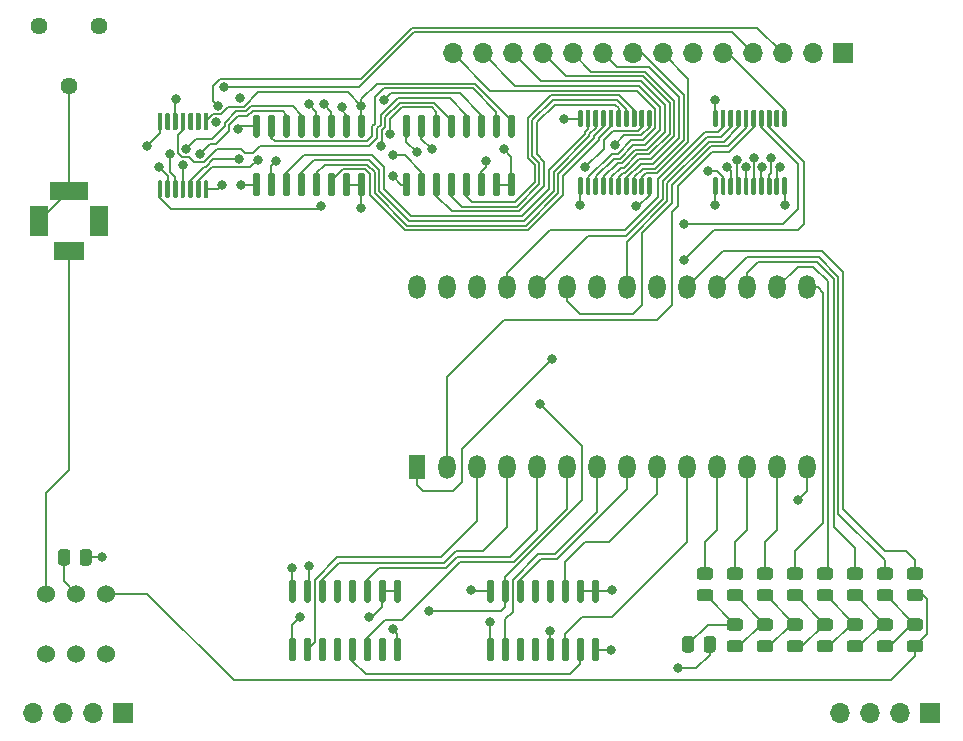
<source format=gbr>
%TF.GenerationSoftware,KiCad,Pcbnew,(5.1.10-1-10_14)*%
%TF.CreationDate,2021-11-12T08:41:43-05:00*%
%TF.ProjectId,audio,61756469-6f2e-46b6-9963-61645f706362,rev?*%
%TF.SameCoordinates,Original*%
%TF.FileFunction,Copper,L1,Top*%
%TF.FilePolarity,Positive*%
%FSLAX46Y46*%
G04 Gerber Fmt 4.6, Leading zero omitted, Abs format (unit mm)*
G04 Created by KiCad (PCBNEW (5.1.10-1-10_14)) date 2021-11-12 08:41:43*
%MOMM*%
%LPD*%
G01*
G04 APERTURE LIST*
%TA.AperFunction,ComponentPad*%
%ADD10O,1.440000X2.000000*%
%TD*%
%TA.AperFunction,ComponentPad*%
%ADD11R,1.440000X2.000000*%
%TD*%
%TA.AperFunction,ComponentPad*%
%ADD12O,1.700000X1.700000*%
%TD*%
%TA.AperFunction,ComponentPad*%
%ADD13R,1.700000X1.700000*%
%TD*%
%TA.AperFunction,ComponentPad*%
%ADD14C,1.524000*%
%TD*%
%TA.AperFunction,ComponentPad*%
%ADD15C,1.440000*%
%TD*%
%TA.AperFunction,ComponentPad*%
%ADD16R,2.600000X1.500000*%
%TD*%
%TA.AperFunction,ComponentPad*%
%ADD17R,3.300000X1.600000*%
%TD*%
%TA.AperFunction,ComponentPad*%
%ADD18R,1.500000X2.600000*%
%TD*%
%TA.AperFunction,ViaPad*%
%ADD19C,0.800000*%
%TD*%
%TA.AperFunction,Conductor*%
%ADD20C,0.200000*%
%TD*%
G04 APERTURE END LIST*
D10*
%TO.P,U8,15*%
%TO.N,/D3*%
X205994000Y-59182000D03*
%TO.P,U8,14*%
%TO.N,GND*%
X205994000Y-74422000D03*
%TO.P,U8,16*%
%TO.N,/D4*%
X203454000Y-59182000D03*
%TO.P,U8,13*%
%TO.N,/D2*%
X203454000Y-74422000D03*
%TO.P,U8,17*%
%TO.N,/D5*%
X200914000Y-59182000D03*
%TO.P,U8,12*%
%TO.N,/D1*%
X200914000Y-74422000D03*
%TO.P,U8,18*%
%TO.N,/D6*%
X198374000Y-59182000D03*
%TO.P,U8,11*%
%TO.N,/DO*%
X198374000Y-74422000D03*
%TO.P,U8,19*%
%TO.N,/D7*%
X195834000Y-59182000D03*
%TO.P,U8,10*%
%TO.N,A0*%
X195834000Y-74422000D03*
%TO.P,U8,20*%
%TO.N,GND*%
X193294000Y-59182000D03*
%TO.P,U8,9*%
%TO.N,A1*%
X193294000Y-74422000D03*
%TO.P,U8,21*%
%TO.N,A10*%
X190754000Y-59182000D03*
%TO.P,U8,8*%
%TO.N,A2*%
X190754000Y-74422000D03*
%TO.P,U8,22*%
%TO.N,GND*%
X188214000Y-59182000D03*
%TO.P,U8,7*%
%TO.N,A3*%
X188214000Y-74422000D03*
%TO.P,U8,23*%
%TO.N,A11*%
X185674000Y-59182000D03*
%TO.P,U8,6*%
%TO.N,A4*%
X185674000Y-74422000D03*
%TO.P,U8,24*%
%TO.N,A9*%
X183134000Y-59182000D03*
%TO.P,U8,5*%
%TO.N,A5*%
X183134000Y-74422000D03*
%TO.P,U8,25*%
%TO.N,A8*%
X180594000Y-59182000D03*
%TO.P,U8,4*%
%TO.N,A6*%
X180594000Y-74422000D03*
%TO.P,U8,26*%
%TO.N,A13*%
X178054000Y-59182000D03*
%TO.P,U8,3*%
%TO.N,A7*%
X178054000Y-74422000D03*
%TO.P,U8,27*%
%TO.N,VCC*%
X175514000Y-59182000D03*
%TO.P,U8,2*%
%TO.N,A12*%
X175514000Y-74422000D03*
%TO.P,U8,28*%
%TO.N,VCC*%
X172974000Y-59182000D03*
D11*
%TO.P,U8,1*%
%TO.N,A14*%
X172974000Y-74422000D03*
%TD*%
%TO.P,U7,16*%
%TO.N,VCC*%
%TA.AperFunction,SMDPad,CuDef*%
G36*
G01*
X172235000Y-46506000D02*
X171935000Y-46506000D01*
G75*
G02*
X171785000Y-46356000I0J150000D01*
G01*
X171785000Y-44706000D01*
G75*
G02*
X171935000Y-44556000I150000J0D01*
G01*
X172235000Y-44556000D01*
G75*
G02*
X172385000Y-44706000I0J-150000D01*
G01*
X172385000Y-46356000D01*
G75*
G02*
X172235000Y-46506000I-150000J0D01*
G01*
G37*
%TD.AperFunction*%
%TO.P,U7,15*%
%TO.N,FREQUENCY_CLOCK_PULSE*%
%TA.AperFunction,SMDPad,CuDef*%
G36*
G01*
X173505000Y-46506000D02*
X173205000Y-46506000D01*
G75*
G02*
X173055000Y-46356000I0J150000D01*
G01*
X173055000Y-44706000D01*
G75*
G02*
X173205000Y-44556000I150000J0D01*
G01*
X173505000Y-44556000D01*
G75*
G02*
X173655000Y-44706000I0J-150000D01*
G01*
X173655000Y-46356000D01*
G75*
G02*
X173505000Y-46506000I-150000J0D01*
G01*
G37*
%TD.AperFunction*%
%TO.P,U7,14*%
%TO.N,FREQ4*%
%TA.AperFunction,SMDPad,CuDef*%
G36*
G01*
X174775000Y-46506000D02*
X174475000Y-46506000D01*
G75*
G02*
X174325000Y-46356000I0J150000D01*
G01*
X174325000Y-44706000D01*
G75*
G02*
X174475000Y-44556000I150000J0D01*
G01*
X174775000Y-44556000D01*
G75*
G02*
X174925000Y-44706000I0J-150000D01*
G01*
X174925000Y-46356000D01*
G75*
G02*
X174775000Y-46506000I-150000J0D01*
G01*
G37*
%TD.AperFunction*%
%TO.P,U7,13*%
%TO.N,FREQ5*%
%TA.AperFunction,SMDPad,CuDef*%
G36*
G01*
X176045000Y-46506000D02*
X175745000Y-46506000D01*
G75*
G02*
X175595000Y-46356000I0J150000D01*
G01*
X175595000Y-44706000D01*
G75*
G02*
X175745000Y-44556000I150000J0D01*
G01*
X176045000Y-44556000D01*
G75*
G02*
X176195000Y-44706000I0J-150000D01*
G01*
X176195000Y-46356000D01*
G75*
G02*
X176045000Y-46506000I-150000J0D01*
G01*
G37*
%TD.AperFunction*%
%TO.P,U7,12*%
%TO.N,FREQ6*%
%TA.AperFunction,SMDPad,CuDef*%
G36*
G01*
X177315000Y-46506000D02*
X177015000Y-46506000D01*
G75*
G02*
X176865000Y-46356000I0J150000D01*
G01*
X176865000Y-44706000D01*
G75*
G02*
X177015000Y-44556000I150000J0D01*
G01*
X177315000Y-44556000D01*
G75*
G02*
X177465000Y-44706000I0J-150000D01*
G01*
X177465000Y-46356000D01*
G75*
G02*
X177315000Y-46506000I-150000J0D01*
G01*
G37*
%TD.AperFunction*%
%TO.P,U7,11*%
%TO.N,FREQ7*%
%TA.AperFunction,SMDPad,CuDef*%
G36*
G01*
X178585000Y-46506000D02*
X178285000Y-46506000D01*
G75*
G02*
X178135000Y-46356000I0J150000D01*
G01*
X178135000Y-44706000D01*
G75*
G02*
X178285000Y-44556000I150000J0D01*
G01*
X178585000Y-44556000D01*
G75*
G02*
X178735000Y-44706000I0J-150000D01*
G01*
X178735000Y-46356000D01*
G75*
G02*
X178585000Y-46506000I-150000J0D01*
G01*
G37*
%TD.AperFunction*%
%TO.P,U7,10*%
%TO.N,Net-(U3-Pad15)*%
%TA.AperFunction,SMDPad,CuDef*%
G36*
G01*
X179855000Y-46506000D02*
X179555000Y-46506000D01*
G75*
G02*
X179405000Y-46356000I0J150000D01*
G01*
X179405000Y-44706000D01*
G75*
G02*
X179555000Y-44556000I150000J0D01*
G01*
X179855000Y-44556000D01*
G75*
G02*
X180005000Y-44706000I0J-150000D01*
G01*
X180005000Y-46356000D01*
G75*
G02*
X179855000Y-46506000I-150000J0D01*
G01*
G37*
%TD.AperFunction*%
%TO.P,U7,9*%
%TO.N,~ENABLE_COUNTER_LOAD*%
%TA.AperFunction,SMDPad,CuDef*%
G36*
G01*
X181125000Y-46506000D02*
X180825000Y-46506000D01*
G75*
G02*
X180675000Y-46356000I0J150000D01*
G01*
X180675000Y-44706000D01*
G75*
G02*
X180825000Y-44556000I150000J0D01*
G01*
X181125000Y-44556000D01*
G75*
G02*
X181275000Y-44706000I0J-150000D01*
G01*
X181275000Y-46356000D01*
G75*
G02*
X181125000Y-46506000I-150000J0D01*
G01*
G37*
%TD.AperFunction*%
%TO.P,U7,8*%
%TO.N,GND*%
%TA.AperFunction,SMDPad,CuDef*%
G36*
G01*
X181125000Y-51456000D02*
X180825000Y-51456000D01*
G75*
G02*
X180675000Y-51306000I0J150000D01*
G01*
X180675000Y-49656000D01*
G75*
G02*
X180825000Y-49506000I150000J0D01*
G01*
X181125000Y-49506000D01*
G75*
G02*
X181275000Y-49656000I0J-150000D01*
G01*
X181275000Y-51306000D01*
G75*
G02*
X181125000Y-51456000I-150000J0D01*
G01*
G37*
%TD.AperFunction*%
%TO.P,U7,7*%
%TA.AperFunction,SMDPad,CuDef*%
G36*
G01*
X179855000Y-51456000D02*
X179555000Y-51456000D01*
G75*
G02*
X179405000Y-51306000I0J150000D01*
G01*
X179405000Y-49656000D01*
G75*
G02*
X179555000Y-49506000I150000J0D01*
G01*
X179855000Y-49506000D01*
G75*
G02*
X180005000Y-49656000I0J-150000D01*
G01*
X180005000Y-51306000D01*
G75*
G02*
X179855000Y-51456000I-150000J0D01*
G01*
G37*
%TD.AperFunction*%
%TO.P,U7,6*%
%TO.N,/QDIVISION7*%
%TA.AperFunction,SMDPad,CuDef*%
G36*
G01*
X178585000Y-51456000D02*
X178285000Y-51456000D01*
G75*
G02*
X178135000Y-51306000I0J150000D01*
G01*
X178135000Y-49656000D01*
G75*
G02*
X178285000Y-49506000I150000J0D01*
G01*
X178585000Y-49506000D01*
G75*
G02*
X178735000Y-49656000I0J-150000D01*
G01*
X178735000Y-51306000D01*
G75*
G02*
X178585000Y-51456000I-150000J0D01*
G01*
G37*
%TD.AperFunction*%
%TO.P,U7,5*%
%TO.N,/QDIVISION6*%
%TA.AperFunction,SMDPad,CuDef*%
G36*
G01*
X177315000Y-51456000D02*
X177015000Y-51456000D01*
G75*
G02*
X176865000Y-51306000I0J150000D01*
G01*
X176865000Y-49656000D01*
G75*
G02*
X177015000Y-49506000I150000J0D01*
G01*
X177315000Y-49506000D01*
G75*
G02*
X177465000Y-49656000I0J-150000D01*
G01*
X177465000Y-51306000D01*
G75*
G02*
X177315000Y-51456000I-150000J0D01*
G01*
G37*
%TD.AperFunction*%
%TO.P,U7,4*%
%TO.N,/QDIVISION5*%
%TA.AperFunction,SMDPad,CuDef*%
G36*
G01*
X176045000Y-51456000D02*
X175745000Y-51456000D01*
G75*
G02*
X175595000Y-51306000I0J150000D01*
G01*
X175595000Y-49656000D01*
G75*
G02*
X175745000Y-49506000I150000J0D01*
G01*
X176045000Y-49506000D01*
G75*
G02*
X176195000Y-49656000I0J-150000D01*
G01*
X176195000Y-51306000D01*
G75*
G02*
X176045000Y-51456000I-150000J0D01*
G01*
G37*
%TD.AperFunction*%
%TO.P,U7,3*%
%TO.N,/QDIVISION4*%
%TA.AperFunction,SMDPad,CuDef*%
G36*
G01*
X174775000Y-51456000D02*
X174475000Y-51456000D01*
G75*
G02*
X174325000Y-51306000I0J150000D01*
G01*
X174325000Y-49656000D01*
G75*
G02*
X174475000Y-49506000I150000J0D01*
G01*
X174775000Y-49506000D01*
G75*
G02*
X174925000Y-49656000I0J-150000D01*
G01*
X174925000Y-51306000D01*
G75*
G02*
X174775000Y-51456000I-150000J0D01*
G01*
G37*
%TD.AperFunction*%
%TO.P,U7,2*%
%TO.N,CRYSTAL_OSCILLATOR_IN*%
%TA.AperFunction,SMDPad,CuDef*%
G36*
G01*
X173505000Y-51456000D02*
X173205000Y-51456000D01*
G75*
G02*
X173055000Y-51306000I0J150000D01*
G01*
X173055000Y-49656000D01*
G75*
G02*
X173205000Y-49506000I150000J0D01*
G01*
X173505000Y-49506000D01*
G75*
G02*
X173655000Y-49656000I0J-150000D01*
G01*
X173655000Y-51306000D01*
G75*
G02*
X173505000Y-51456000I-150000J0D01*
G01*
G37*
%TD.AperFunction*%
%TO.P,U7,1*%
%TO.N,GND*%
%TA.AperFunction,SMDPad,CuDef*%
G36*
G01*
X172235000Y-51456000D02*
X171935000Y-51456000D01*
G75*
G02*
X171785000Y-51306000I0J150000D01*
G01*
X171785000Y-49656000D01*
G75*
G02*
X171935000Y-49506000I150000J0D01*
G01*
X172235000Y-49506000D01*
G75*
G02*
X172385000Y-49656000I0J-150000D01*
G01*
X172385000Y-51306000D01*
G75*
G02*
X172235000Y-51456000I-150000J0D01*
G01*
G37*
%TD.AperFunction*%
%TD*%
%TO.P,U6,16*%
%TO.N,VCC*%
%TA.AperFunction,SMDPad,CuDef*%
G36*
G01*
X162583000Y-85876000D02*
X162283000Y-85876000D01*
G75*
G02*
X162133000Y-85726000I0J150000D01*
G01*
X162133000Y-84076000D01*
G75*
G02*
X162283000Y-83926000I150000J0D01*
G01*
X162583000Y-83926000D01*
G75*
G02*
X162733000Y-84076000I0J-150000D01*
G01*
X162733000Y-85726000D01*
G75*
G02*
X162583000Y-85876000I-150000J0D01*
G01*
G37*
%TD.AperFunction*%
%TO.P,U6,15*%
%TO.N,FREQUENCY_CLOCK_PULSE*%
%TA.AperFunction,SMDPad,CuDef*%
G36*
G01*
X163853000Y-85876000D02*
X163553000Y-85876000D01*
G75*
G02*
X163403000Y-85726000I0J150000D01*
G01*
X163403000Y-84076000D01*
G75*
G02*
X163553000Y-83926000I150000J0D01*
G01*
X163853000Y-83926000D01*
G75*
G02*
X164003000Y-84076000I0J-150000D01*
G01*
X164003000Y-85726000D01*
G75*
G02*
X163853000Y-85876000I-150000J0D01*
G01*
G37*
%TD.AperFunction*%
%TO.P,U6,14*%
%TO.N,A6*%
%TA.AperFunction,SMDPad,CuDef*%
G36*
G01*
X165123000Y-85876000D02*
X164823000Y-85876000D01*
G75*
G02*
X164673000Y-85726000I0J150000D01*
G01*
X164673000Y-84076000D01*
G75*
G02*
X164823000Y-83926000I150000J0D01*
G01*
X165123000Y-83926000D01*
G75*
G02*
X165273000Y-84076000I0J-150000D01*
G01*
X165273000Y-85726000D01*
G75*
G02*
X165123000Y-85876000I-150000J0D01*
G01*
G37*
%TD.AperFunction*%
%TO.P,U6,13*%
%TO.N,Net-(U6-Pad13)*%
%TA.AperFunction,SMDPad,CuDef*%
G36*
G01*
X166393000Y-85876000D02*
X166093000Y-85876000D01*
G75*
G02*
X165943000Y-85726000I0J150000D01*
G01*
X165943000Y-84076000D01*
G75*
G02*
X166093000Y-83926000I150000J0D01*
G01*
X166393000Y-83926000D01*
G75*
G02*
X166543000Y-84076000I0J-150000D01*
G01*
X166543000Y-85726000D01*
G75*
G02*
X166393000Y-85876000I-150000J0D01*
G01*
G37*
%TD.AperFunction*%
%TO.P,U6,12*%
%TO.N,Net-(U6-Pad12)*%
%TA.AperFunction,SMDPad,CuDef*%
G36*
G01*
X167663000Y-85876000D02*
X167363000Y-85876000D01*
G75*
G02*
X167213000Y-85726000I0J150000D01*
G01*
X167213000Y-84076000D01*
G75*
G02*
X167363000Y-83926000I150000J0D01*
G01*
X167663000Y-83926000D01*
G75*
G02*
X167813000Y-84076000I0J-150000D01*
G01*
X167813000Y-85726000D01*
G75*
G02*
X167663000Y-85876000I-150000J0D01*
G01*
G37*
%TD.AperFunction*%
%TO.P,U6,11*%
%TO.N,A5*%
%TA.AperFunction,SMDPad,CuDef*%
G36*
G01*
X168933000Y-85876000D02*
X168633000Y-85876000D01*
G75*
G02*
X168483000Y-85726000I0J150000D01*
G01*
X168483000Y-84076000D01*
G75*
G02*
X168633000Y-83926000I150000J0D01*
G01*
X168933000Y-83926000D01*
G75*
G02*
X169083000Y-84076000I0J-150000D01*
G01*
X169083000Y-85726000D01*
G75*
G02*
X168933000Y-85876000I-150000J0D01*
G01*
G37*
%TD.AperFunction*%
%TO.P,U6,10*%
%TO.N,VCC*%
%TA.AperFunction,SMDPad,CuDef*%
G36*
G01*
X170203000Y-85876000D02*
X169903000Y-85876000D01*
G75*
G02*
X169753000Y-85726000I0J150000D01*
G01*
X169753000Y-84076000D01*
G75*
G02*
X169903000Y-83926000I150000J0D01*
G01*
X170203000Y-83926000D01*
G75*
G02*
X170353000Y-84076000I0J-150000D01*
G01*
X170353000Y-85726000D01*
G75*
G02*
X170203000Y-85876000I-150000J0D01*
G01*
G37*
%TD.AperFunction*%
%TO.P,U6,9*%
%TA.AperFunction,SMDPad,CuDef*%
G36*
G01*
X171473000Y-85876000D02*
X171173000Y-85876000D01*
G75*
G02*
X171023000Y-85726000I0J150000D01*
G01*
X171023000Y-84076000D01*
G75*
G02*
X171173000Y-83926000I150000J0D01*
G01*
X171473000Y-83926000D01*
G75*
G02*
X171623000Y-84076000I0J-150000D01*
G01*
X171623000Y-85726000D01*
G75*
G02*
X171473000Y-85876000I-150000J0D01*
G01*
G37*
%TD.AperFunction*%
%TO.P,U6,8*%
%TO.N,GND*%
%TA.AperFunction,SMDPad,CuDef*%
G36*
G01*
X171473000Y-90826000D02*
X171173000Y-90826000D01*
G75*
G02*
X171023000Y-90676000I0J150000D01*
G01*
X171023000Y-89026000D01*
G75*
G02*
X171173000Y-88876000I150000J0D01*
G01*
X171473000Y-88876000D01*
G75*
G02*
X171623000Y-89026000I0J-150000D01*
G01*
X171623000Y-90676000D01*
G75*
G02*
X171473000Y-90826000I-150000J0D01*
G01*
G37*
%TD.AperFunction*%
%TO.P,U6,7*%
%TO.N,Net-(U6-Pad7)*%
%TA.AperFunction,SMDPad,CuDef*%
G36*
G01*
X170203000Y-90826000D02*
X169903000Y-90826000D01*
G75*
G02*
X169753000Y-90676000I0J150000D01*
G01*
X169753000Y-89026000D01*
G75*
G02*
X169903000Y-88876000I150000J0D01*
G01*
X170203000Y-88876000D01*
G75*
G02*
X170353000Y-89026000I0J-150000D01*
G01*
X170353000Y-90676000D01*
G75*
G02*
X170203000Y-90826000I-150000J0D01*
G01*
G37*
%TD.AperFunction*%
%TO.P,U6,6*%
%TO.N,A4*%
%TA.AperFunction,SMDPad,CuDef*%
G36*
G01*
X168933000Y-90826000D02*
X168633000Y-90826000D01*
G75*
G02*
X168483000Y-90676000I0J150000D01*
G01*
X168483000Y-89026000D01*
G75*
G02*
X168633000Y-88876000I150000J0D01*
G01*
X168933000Y-88876000D01*
G75*
G02*
X169083000Y-89026000I0J-150000D01*
G01*
X169083000Y-90676000D01*
G75*
G02*
X168933000Y-90826000I-150000J0D01*
G01*
G37*
%TD.AperFunction*%
%TO.P,U6,5*%
%TO.N,Net-(U4-Pad7)*%
%TA.AperFunction,SMDPad,CuDef*%
G36*
G01*
X167663000Y-90826000D02*
X167363000Y-90826000D01*
G75*
G02*
X167213000Y-90676000I0J150000D01*
G01*
X167213000Y-89026000D01*
G75*
G02*
X167363000Y-88876000I150000J0D01*
G01*
X167663000Y-88876000D01*
G75*
G02*
X167813000Y-89026000I0J-150000D01*
G01*
X167813000Y-90676000D01*
G75*
G02*
X167663000Y-90826000I-150000J0D01*
G01*
G37*
%TD.AperFunction*%
%TO.P,U6,4*%
%TO.N,Net-(U6-Pad4)*%
%TA.AperFunction,SMDPad,CuDef*%
G36*
G01*
X166393000Y-90826000D02*
X166093000Y-90826000D01*
G75*
G02*
X165943000Y-90676000I0J150000D01*
G01*
X165943000Y-89026000D01*
G75*
G02*
X166093000Y-88876000I150000J0D01*
G01*
X166393000Y-88876000D01*
G75*
G02*
X166543000Y-89026000I0J-150000D01*
G01*
X166543000Y-90676000D01*
G75*
G02*
X166393000Y-90826000I-150000J0D01*
G01*
G37*
%TD.AperFunction*%
%TO.P,U6,3*%
%TO.N,Net-(U6-Pad3)*%
%TA.AperFunction,SMDPad,CuDef*%
G36*
G01*
X165123000Y-90826000D02*
X164823000Y-90826000D01*
G75*
G02*
X164673000Y-90676000I0J150000D01*
G01*
X164673000Y-89026000D01*
G75*
G02*
X164823000Y-88876000I150000J0D01*
G01*
X165123000Y-88876000D01*
G75*
G02*
X165273000Y-89026000I0J-150000D01*
G01*
X165273000Y-90676000D01*
G75*
G02*
X165123000Y-90826000I-150000J0D01*
G01*
G37*
%TD.AperFunction*%
%TO.P,U6,2*%
%TO.N,A7*%
%TA.AperFunction,SMDPad,CuDef*%
G36*
G01*
X163853000Y-90826000D02*
X163553000Y-90826000D01*
G75*
G02*
X163403000Y-90676000I0J150000D01*
G01*
X163403000Y-89026000D01*
G75*
G02*
X163553000Y-88876000I150000J0D01*
G01*
X163853000Y-88876000D01*
G75*
G02*
X164003000Y-89026000I0J-150000D01*
G01*
X164003000Y-90676000D01*
G75*
G02*
X163853000Y-90826000I-150000J0D01*
G01*
G37*
%TD.AperFunction*%
%TO.P,U6,1*%
%TO.N,GND*%
%TA.AperFunction,SMDPad,CuDef*%
G36*
G01*
X162583000Y-90826000D02*
X162283000Y-90826000D01*
G75*
G02*
X162133000Y-90676000I0J150000D01*
G01*
X162133000Y-89026000D01*
G75*
G02*
X162283000Y-88876000I150000J0D01*
G01*
X162583000Y-88876000D01*
G75*
G02*
X162733000Y-89026000I0J-150000D01*
G01*
X162733000Y-90676000D01*
G75*
G02*
X162583000Y-90826000I-150000J0D01*
G01*
G37*
%TD.AperFunction*%
%TD*%
%TO.P,U5,14*%
%TO.N,VCC*%
%TA.AperFunction,SMDPad,CuDef*%
G36*
G01*
X151312000Y-45881000D02*
X151112000Y-45881000D01*
G75*
G02*
X151012000Y-45781000I0J100000D01*
G01*
X151012000Y-44506000D01*
G75*
G02*
X151112000Y-44406000I100000J0D01*
G01*
X151312000Y-44406000D01*
G75*
G02*
X151412000Y-44506000I0J-100000D01*
G01*
X151412000Y-45781000D01*
G75*
G02*
X151312000Y-45881000I-100000J0D01*
G01*
G37*
%TD.AperFunction*%
%TO.P,U5,13*%
%TO.N,N/C*%
%TA.AperFunction,SMDPad,CuDef*%
G36*
G01*
X151962000Y-45881000D02*
X151762000Y-45881000D01*
G75*
G02*
X151662000Y-45781000I0J100000D01*
G01*
X151662000Y-44506000D01*
G75*
G02*
X151762000Y-44406000I100000J0D01*
G01*
X151962000Y-44406000D01*
G75*
G02*
X152062000Y-44506000I0J-100000D01*
G01*
X152062000Y-45781000D01*
G75*
G02*
X151962000Y-45881000I-100000J0D01*
G01*
G37*
%TD.AperFunction*%
%TO.P,U5,12*%
%TO.N,FREQ7*%
%TA.AperFunction,SMDPad,CuDef*%
G36*
G01*
X152612000Y-45881000D02*
X152412000Y-45881000D01*
G75*
G02*
X152312000Y-45781000I0J100000D01*
G01*
X152312000Y-44506000D01*
G75*
G02*
X152412000Y-44406000I100000J0D01*
G01*
X152612000Y-44406000D01*
G75*
G02*
X152712000Y-44506000I0J-100000D01*
G01*
X152712000Y-45781000D01*
G75*
G02*
X152612000Y-45881000I-100000J0D01*
G01*
G37*
%TD.AperFunction*%
%TO.P,U5,11*%
%TO.N,FREQ6*%
%TA.AperFunction,SMDPad,CuDef*%
G36*
G01*
X153262000Y-45881000D02*
X153062000Y-45881000D01*
G75*
G02*
X152962000Y-45781000I0J100000D01*
G01*
X152962000Y-44506000D01*
G75*
G02*
X153062000Y-44406000I100000J0D01*
G01*
X153262000Y-44406000D01*
G75*
G02*
X153362000Y-44506000I0J-100000D01*
G01*
X153362000Y-45781000D01*
G75*
G02*
X153262000Y-45881000I-100000J0D01*
G01*
G37*
%TD.AperFunction*%
%TO.P,U5,10*%
%TO.N,N/C*%
%TA.AperFunction,SMDPad,CuDef*%
G36*
G01*
X153912000Y-45881000D02*
X153712000Y-45881000D01*
G75*
G02*
X153612000Y-45781000I0J100000D01*
G01*
X153612000Y-44506000D01*
G75*
G02*
X153712000Y-44406000I100000J0D01*
G01*
X153912000Y-44406000D01*
G75*
G02*
X154012000Y-44506000I0J-100000D01*
G01*
X154012000Y-45781000D01*
G75*
G02*
X153912000Y-45881000I-100000J0D01*
G01*
G37*
%TD.AperFunction*%
%TO.P,U5,9*%
%TA.AperFunction,SMDPad,CuDef*%
G36*
G01*
X154562000Y-45881000D02*
X154362000Y-45881000D01*
G75*
G02*
X154262000Y-45781000I0J100000D01*
G01*
X154262000Y-44506000D01*
G75*
G02*
X154362000Y-44406000I100000J0D01*
G01*
X154562000Y-44406000D01*
G75*
G02*
X154662000Y-44506000I0J-100000D01*
G01*
X154662000Y-45781000D01*
G75*
G02*
X154562000Y-45881000I-100000J0D01*
G01*
G37*
%TD.AperFunction*%
%TO.P,U5,8*%
%TO.N,~ENABLE_COUNTER_LOAD*%
%TA.AperFunction,SMDPad,CuDef*%
G36*
G01*
X155212000Y-45881000D02*
X155012000Y-45881000D01*
G75*
G02*
X154912000Y-45781000I0J100000D01*
G01*
X154912000Y-44506000D01*
G75*
G02*
X155012000Y-44406000I100000J0D01*
G01*
X155212000Y-44406000D01*
G75*
G02*
X155312000Y-44506000I0J-100000D01*
G01*
X155312000Y-45781000D01*
G75*
G02*
X155212000Y-45881000I-100000J0D01*
G01*
G37*
%TD.AperFunction*%
%TO.P,U5,7*%
%TO.N,GND*%
%TA.AperFunction,SMDPad,CuDef*%
G36*
G01*
X155212000Y-51606000D02*
X155012000Y-51606000D01*
G75*
G02*
X154912000Y-51506000I0J100000D01*
G01*
X154912000Y-50231000D01*
G75*
G02*
X155012000Y-50131000I100000J0D01*
G01*
X155212000Y-50131000D01*
G75*
G02*
X155312000Y-50231000I0J-100000D01*
G01*
X155312000Y-51506000D01*
G75*
G02*
X155212000Y-51606000I-100000J0D01*
G01*
G37*
%TD.AperFunction*%
%TO.P,U5,6*%
%TO.N,FREQ5*%
%TA.AperFunction,SMDPad,CuDef*%
G36*
G01*
X154562000Y-51606000D02*
X154362000Y-51606000D01*
G75*
G02*
X154262000Y-51506000I0J100000D01*
G01*
X154262000Y-50231000D01*
G75*
G02*
X154362000Y-50131000I100000J0D01*
G01*
X154562000Y-50131000D01*
G75*
G02*
X154662000Y-50231000I0J-100000D01*
G01*
X154662000Y-51506000D01*
G75*
G02*
X154562000Y-51606000I-100000J0D01*
G01*
G37*
%TD.AperFunction*%
%TO.P,U5,5*%
%TO.N,FREQ4*%
%TA.AperFunction,SMDPad,CuDef*%
G36*
G01*
X153912000Y-51606000D02*
X153712000Y-51606000D01*
G75*
G02*
X153612000Y-51506000I0J100000D01*
G01*
X153612000Y-50231000D01*
G75*
G02*
X153712000Y-50131000I100000J0D01*
G01*
X153912000Y-50131000D01*
G75*
G02*
X154012000Y-50231000I0J-100000D01*
G01*
X154012000Y-51506000D01*
G75*
G02*
X153912000Y-51606000I-100000J0D01*
G01*
G37*
%TD.AperFunction*%
%TO.P,U5,4*%
%TO.N,FREQ0*%
%TA.AperFunction,SMDPad,CuDef*%
G36*
G01*
X153262000Y-51606000D02*
X153062000Y-51606000D01*
G75*
G02*
X152962000Y-51506000I0J100000D01*
G01*
X152962000Y-50231000D01*
G75*
G02*
X153062000Y-50131000I100000J0D01*
G01*
X153262000Y-50131000D01*
G75*
G02*
X153362000Y-50231000I0J-100000D01*
G01*
X153362000Y-51506000D01*
G75*
G02*
X153262000Y-51606000I-100000J0D01*
G01*
G37*
%TD.AperFunction*%
%TO.P,U5,3*%
%TO.N,FREQ1*%
%TA.AperFunction,SMDPad,CuDef*%
G36*
G01*
X152612000Y-51606000D02*
X152412000Y-51606000D01*
G75*
G02*
X152312000Y-51506000I0J100000D01*
G01*
X152312000Y-50231000D01*
G75*
G02*
X152412000Y-50131000I100000J0D01*
G01*
X152612000Y-50131000D01*
G75*
G02*
X152712000Y-50231000I0J-100000D01*
G01*
X152712000Y-51506000D01*
G75*
G02*
X152612000Y-51606000I-100000J0D01*
G01*
G37*
%TD.AperFunction*%
%TO.P,U5,2*%
%TO.N,FREQ2*%
%TA.AperFunction,SMDPad,CuDef*%
G36*
G01*
X151962000Y-51606000D02*
X151762000Y-51606000D01*
G75*
G02*
X151662000Y-51506000I0J100000D01*
G01*
X151662000Y-50231000D01*
G75*
G02*
X151762000Y-50131000I100000J0D01*
G01*
X151962000Y-50131000D01*
G75*
G02*
X152062000Y-50231000I0J-100000D01*
G01*
X152062000Y-51506000D01*
G75*
G02*
X151962000Y-51606000I-100000J0D01*
G01*
G37*
%TD.AperFunction*%
%TO.P,U5,1*%
%TO.N,FREQ3*%
%TA.AperFunction,SMDPad,CuDef*%
G36*
G01*
X151312000Y-51606000D02*
X151112000Y-51606000D01*
G75*
G02*
X151012000Y-51506000I0J100000D01*
G01*
X151012000Y-50231000D01*
G75*
G02*
X151112000Y-50131000I100000J0D01*
G01*
X151312000Y-50131000D01*
G75*
G02*
X151412000Y-50231000I0J-100000D01*
G01*
X151412000Y-51506000D01*
G75*
G02*
X151312000Y-51606000I-100000J0D01*
G01*
G37*
%TD.AperFunction*%
%TD*%
%TO.P,U4,16*%
%TO.N,VCC*%
%TA.AperFunction,SMDPad,CuDef*%
G36*
G01*
X179347000Y-85876000D02*
X179047000Y-85876000D01*
G75*
G02*
X178897000Y-85726000I0J150000D01*
G01*
X178897000Y-84076000D01*
G75*
G02*
X179047000Y-83926000I150000J0D01*
G01*
X179347000Y-83926000D01*
G75*
G02*
X179497000Y-84076000I0J-150000D01*
G01*
X179497000Y-85726000D01*
G75*
G02*
X179347000Y-85876000I-150000J0D01*
G01*
G37*
%TD.AperFunction*%
%TO.P,U4,15*%
%TO.N,FREQUENCY_CLOCK_PULSE*%
%TA.AperFunction,SMDPad,CuDef*%
G36*
G01*
X180617000Y-85876000D02*
X180317000Y-85876000D01*
G75*
G02*
X180167000Y-85726000I0J150000D01*
G01*
X180167000Y-84076000D01*
G75*
G02*
X180317000Y-83926000I150000J0D01*
G01*
X180617000Y-83926000D01*
G75*
G02*
X180767000Y-84076000I0J-150000D01*
G01*
X180767000Y-85726000D01*
G75*
G02*
X180617000Y-85876000I-150000J0D01*
G01*
G37*
%TD.AperFunction*%
%TO.P,U4,14*%
%TO.N,A2*%
%TA.AperFunction,SMDPad,CuDef*%
G36*
G01*
X181887000Y-85876000D02*
X181587000Y-85876000D01*
G75*
G02*
X181437000Y-85726000I0J150000D01*
G01*
X181437000Y-84076000D01*
G75*
G02*
X181587000Y-83926000I150000J0D01*
G01*
X181887000Y-83926000D01*
G75*
G02*
X182037000Y-84076000I0J-150000D01*
G01*
X182037000Y-85726000D01*
G75*
G02*
X181887000Y-85876000I-150000J0D01*
G01*
G37*
%TD.AperFunction*%
%TO.P,U4,13*%
%TO.N,Net-(U4-Pad13)*%
%TA.AperFunction,SMDPad,CuDef*%
G36*
G01*
X183157000Y-85876000D02*
X182857000Y-85876000D01*
G75*
G02*
X182707000Y-85726000I0J150000D01*
G01*
X182707000Y-84076000D01*
G75*
G02*
X182857000Y-83926000I150000J0D01*
G01*
X183157000Y-83926000D01*
G75*
G02*
X183307000Y-84076000I0J-150000D01*
G01*
X183307000Y-85726000D01*
G75*
G02*
X183157000Y-85876000I-150000J0D01*
G01*
G37*
%TD.AperFunction*%
%TO.P,U4,12*%
%TO.N,Net-(U4-Pad12)*%
%TA.AperFunction,SMDPad,CuDef*%
G36*
G01*
X184427000Y-85876000D02*
X184127000Y-85876000D01*
G75*
G02*
X183977000Y-85726000I0J150000D01*
G01*
X183977000Y-84076000D01*
G75*
G02*
X184127000Y-83926000I150000J0D01*
G01*
X184427000Y-83926000D01*
G75*
G02*
X184577000Y-84076000I0J-150000D01*
G01*
X184577000Y-85726000D01*
G75*
G02*
X184427000Y-85876000I-150000J0D01*
G01*
G37*
%TD.AperFunction*%
%TO.P,U4,11*%
%TO.N,A1*%
%TA.AperFunction,SMDPad,CuDef*%
G36*
G01*
X185697000Y-85876000D02*
X185397000Y-85876000D01*
G75*
G02*
X185247000Y-85726000I0J150000D01*
G01*
X185247000Y-84076000D01*
G75*
G02*
X185397000Y-83926000I150000J0D01*
G01*
X185697000Y-83926000D01*
G75*
G02*
X185847000Y-84076000I0J-150000D01*
G01*
X185847000Y-85726000D01*
G75*
G02*
X185697000Y-85876000I-150000J0D01*
G01*
G37*
%TD.AperFunction*%
%TO.P,U4,10*%
%TO.N,VCC*%
%TA.AperFunction,SMDPad,CuDef*%
G36*
G01*
X186967000Y-85876000D02*
X186667000Y-85876000D01*
G75*
G02*
X186517000Y-85726000I0J150000D01*
G01*
X186517000Y-84076000D01*
G75*
G02*
X186667000Y-83926000I150000J0D01*
G01*
X186967000Y-83926000D01*
G75*
G02*
X187117000Y-84076000I0J-150000D01*
G01*
X187117000Y-85726000D01*
G75*
G02*
X186967000Y-85876000I-150000J0D01*
G01*
G37*
%TD.AperFunction*%
%TO.P,U4,9*%
%TA.AperFunction,SMDPad,CuDef*%
G36*
G01*
X188237000Y-85876000D02*
X187937000Y-85876000D01*
G75*
G02*
X187787000Y-85726000I0J150000D01*
G01*
X187787000Y-84076000D01*
G75*
G02*
X187937000Y-83926000I150000J0D01*
G01*
X188237000Y-83926000D01*
G75*
G02*
X188387000Y-84076000I0J-150000D01*
G01*
X188387000Y-85726000D01*
G75*
G02*
X188237000Y-85876000I-150000J0D01*
G01*
G37*
%TD.AperFunction*%
%TO.P,U4,8*%
%TO.N,GND*%
%TA.AperFunction,SMDPad,CuDef*%
G36*
G01*
X188237000Y-90826000D02*
X187937000Y-90826000D01*
G75*
G02*
X187787000Y-90676000I0J150000D01*
G01*
X187787000Y-89026000D01*
G75*
G02*
X187937000Y-88876000I150000J0D01*
G01*
X188237000Y-88876000D01*
G75*
G02*
X188387000Y-89026000I0J-150000D01*
G01*
X188387000Y-90676000D01*
G75*
G02*
X188237000Y-90826000I-150000J0D01*
G01*
G37*
%TD.AperFunction*%
%TO.P,U4,7*%
%TO.N,Net-(U4-Pad7)*%
%TA.AperFunction,SMDPad,CuDef*%
G36*
G01*
X186967000Y-90826000D02*
X186667000Y-90826000D01*
G75*
G02*
X186517000Y-90676000I0J150000D01*
G01*
X186517000Y-89026000D01*
G75*
G02*
X186667000Y-88876000I150000J0D01*
G01*
X186967000Y-88876000D01*
G75*
G02*
X187117000Y-89026000I0J-150000D01*
G01*
X187117000Y-90676000D01*
G75*
G02*
X186967000Y-90826000I-150000J0D01*
G01*
G37*
%TD.AperFunction*%
%TO.P,U4,6*%
%TO.N,A0*%
%TA.AperFunction,SMDPad,CuDef*%
G36*
G01*
X185697000Y-90826000D02*
X185397000Y-90826000D01*
G75*
G02*
X185247000Y-90676000I0J150000D01*
G01*
X185247000Y-89026000D01*
G75*
G02*
X185397000Y-88876000I150000J0D01*
G01*
X185697000Y-88876000D01*
G75*
G02*
X185847000Y-89026000I0J-150000D01*
G01*
X185847000Y-90676000D01*
G75*
G02*
X185697000Y-90826000I-150000J0D01*
G01*
G37*
%TD.AperFunction*%
%TO.P,U4,5*%
%TO.N,GND*%
%TA.AperFunction,SMDPad,CuDef*%
G36*
G01*
X184427000Y-90826000D02*
X184127000Y-90826000D01*
G75*
G02*
X183977000Y-90676000I0J150000D01*
G01*
X183977000Y-89026000D01*
G75*
G02*
X184127000Y-88876000I150000J0D01*
G01*
X184427000Y-88876000D01*
G75*
G02*
X184577000Y-89026000I0J-150000D01*
G01*
X184577000Y-90676000D01*
G75*
G02*
X184427000Y-90826000I-150000J0D01*
G01*
G37*
%TD.AperFunction*%
%TO.P,U4,4*%
%TO.N,Net-(U4-Pad4)*%
%TA.AperFunction,SMDPad,CuDef*%
G36*
G01*
X183157000Y-90826000D02*
X182857000Y-90826000D01*
G75*
G02*
X182707000Y-90676000I0J150000D01*
G01*
X182707000Y-89026000D01*
G75*
G02*
X182857000Y-88876000I150000J0D01*
G01*
X183157000Y-88876000D01*
G75*
G02*
X183307000Y-89026000I0J-150000D01*
G01*
X183307000Y-90676000D01*
G75*
G02*
X183157000Y-90826000I-150000J0D01*
G01*
G37*
%TD.AperFunction*%
%TO.P,U4,3*%
%TO.N,Net-(U4-Pad3)*%
%TA.AperFunction,SMDPad,CuDef*%
G36*
G01*
X181887000Y-90826000D02*
X181587000Y-90826000D01*
G75*
G02*
X181437000Y-90676000I0J150000D01*
G01*
X181437000Y-89026000D01*
G75*
G02*
X181587000Y-88876000I150000J0D01*
G01*
X181887000Y-88876000D01*
G75*
G02*
X182037000Y-89026000I0J-150000D01*
G01*
X182037000Y-90676000D01*
G75*
G02*
X181887000Y-90826000I-150000J0D01*
G01*
G37*
%TD.AperFunction*%
%TO.P,U4,2*%
%TO.N,A3*%
%TA.AperFunction,SMDPad,CuDef*%
G36*
G01*
X180617000Y-90826000D02*
X180317000Y-90826000D01*
G75*
G02*
X180167000Y-90676000I0J150000D01*
G01*
X180167000Y-89026000D01*
G75*
G02*
X180317000Y-88876000I150000J0D01*
G01*
X180617000Y-88876000D01*
G75*
G02*
X180767000Y-89026000I0J-150000D01*
G01*
X180767000Y-90676000D01*
G75*
G02*
X180617000Y-90826000I-150000J0D01*
G01*
G37*
%TD.AperFunction*%
%TO.P,U4,1*%
%TO.N,GND*%
%TA.AperFunction,SMDPad,CuDef*%
G36*
G01*
X179347000Y-90826000D02*
X179047000Y-90826000D01*
G75*
G02*
X178897000Y-90676000I0J150000D01*
G01*
X178897000Y-89026000D01*
G75*
G02*
X179047000Y-88876000I150000J0D01*
G01*
X179347000Y-88876000D01*
G75*
G02*
X179497000Y-89026000I0J-150000D01*
G01*
X179497000Y-90676000D01*
G75*
G02*
X179347000Y-90826000I-150000J0D01*
G01*
G37*
%TD.AperFunction*%
%TD*%
%TO.P,U3,16*%
%TO.N,VCC*%
%TA.AperFunction,SMDPad,CuDef*%
G36*
G01*
X159535000Y-46506000D02*
X159235000Y-46506000D01*
G75*
G02*
X159085000Y-46356000I0J150000D01*
G01*
X159085000Y-44706000D01*
G75*
G02*
X159235000Y-44556000I150000J0D01*
G01*
X159535000Y-44556000D01*
G75*
G02*
X159685000Y-44706000I0J-150000D01*
G01*
X159685000Y-46356000D01*
G75*
G02*
X159535000Y-46506000I-150000J0D01*
G01*
G37*
%TD.AperFunction*%
%TO.P,U3,15*%
%TO.N,Net-(U3-Pad15)*%
%TA.AperFunction,SMDPad,CuDef*%
G36*
G01*
X160805000Y-46506000D02*
X160505000Y-46506000D01*
G75*
G02*
X160355000Y-46356000I0J150000D01*
G01*
X160355000Y-44706000D01*
G75*
G02*
X160505000Y-44556000I150000J0D01*
G01*
X160805000Y-44556000D01*
G75*
G02*
X160955000Y-44706000I0J-150000D01*
G01*
X160955000Y-46356000D01*
G75*
G02*
X160805000Y-46506000I-150000J0D01*
G01*
G37*
%TD.AperFunction*%
%TO.P,U3,14*%
%TO.N,FREQ0*%
%TA.AperFunction,SMDPad,CuDef*%
G36*
G01*
X162075000Y-46506000D02*
X161775000Y-46506000D01*
G75*
G02*
X161625000Y-46356000I0J150000D01*
G01*
X161625000Y-44706000D01*
G75*
G02*
X161775000Y-44556000I150000J0D01*
G01*
X162075000Y-44556000D01*
G75*
G02*
X162225000Y-44706000I0J-150000D01*
G01*
X162225000Y-46356000D01*
G75*
G02*
X162075000Y-46506000I-150000J0D01*
G01*
G37*
%TD.AperFunction*%
%TO.P,U3,13*%
%TO.N,FREQ1*%
%TA.AperFunction,SMDPad,CuDef*%
G36*
G01*
X163345000Y-46506000D02*
X163045000Y-46506000D01*
G75*
G02*
X162895000Y-46356000I0J150000D01*
G01*
X162895000Y-44706000D01*
G75*
G02*
X163045000Y-44556000I150000J0D01*
G01*
X163345000Y-44556000D01*
G75*
G02*
X163495000Y-44706000I0J-150000D01*
G01*
X163495000Y-46356000D01*
G75*
G02*
X163345000Y-46506000I-150000J0D01*
G01*
G37*
%TD.AperFunction*%
%TO.P,U3,12*%
%TO.N,FREQ2*%
%TA.AperFunction,SMDPad,CuDef*%
G36*
G01*
X164615000Y-46506000D02*
X164315000Y-46506000D01*
G75*
G02*
X164165000Y-46356000I0J150000D01*
G01*
X164165000Y-44706000D01*
G75*
G02*
X164315000Y-44556000I150000J0D01*
G01*
X164615000Y-44556000D01*
G75*
G02*
X164765000Y-44706000I0J-150000D01*
G01*
X164765000Y-46356000D01*
G75*
G02*
X164615000Y-46506000I-150000J0D01*
G01*
G37*
%TD.AperFunction*%
%TO.P,U3,11*%
%TO.N,FREQ3*%
%TA.AperFunction,SMDPad,CuDef*%
G36*
G01*
X165885000Y-46506000D02*
X165585000Y-46506000D01*
G75*
G02*
X165435000Y-46356000I0J150000D01*
G01*
X165435000Y-44706000D01*
G75*
G02*
X165585000Y-44556000I150000J0D01*
G01*
X165885000Y-44556000D01*
G75*
G02*
X166035000Y-44706000I0J-150000D01*
G01*
X166035000Y-46356000D01*
G75*
G02*
X165885000Y-46506000I-150000J0D01*
G01*
G37*
%TD.AperFunction*%
%TO.P,U3,10*%
%TO.N,GND*%
%TA.AperFunction,SMDPad,CuDef*%
G36*
G01*
X167155000Y-46506000D02*
X166855000Y-46506000D01*
G75*
G02*
X166705000Y-46356000I0J150000D01*
G01*
X166705000Y-44706000D01*
G75*
G02*
X166855000Y-44556000I150000J0D01*
G01*
X167155000Y-44556000D01*
G75*
G02*
X167305000Y-44706000I0J-150000D01*
G01*
X167305000Y-46356000D01*
G75*
G02*
X167155000Y-46506000I-150000J0D01*
G01*
G37*
%TD.AperFunction*%
%TO.P,U3,9*%
%TO.N,~ENABLE_COUNTER_LOAD*%
%TA.AperFunction,SMDPad,CuDef*%
G36*
G01*
X168425000Y-46506000D02*
X168125000Y-46506000D01*
G75*
G02*
X167975000Y-46356000I0J150000D01*
G01*
X167975000Y-44706000D01*
G75*
G02*
X168125000Y-44556000I150000J0D01*
G01*
X168425000Y-44556000D01*
G75*
G02*
X168575000Y-44706000I0J-150000D01*
G01*
X168575000Y-46356000D01*
G75*
G02*
X168425000Y-46506000I-150000J0D01*
G01*
G37*
%TD.AperFunction*%
%TO.P,U3,8*%
%TO.N,GND*%
%TA.AperFunction,SMDPad,CuDef*%
G36*
G01*
X168425000Y-51456000D02*
X168125000Y-51456000D01*
G75*
G02*
X167975000Y-51306000I0J150000D01*
G01*
X167975000Y-49656000D01*
G75*
G02*
X168125000Y-49506000I150000J0D01*
G01*
X168425000Y-49506000D01*
G75*
G02*
X168575000Y-49656000I0J-150000D01*
G01*
X168575000Y-51306000D01*
G75*
G02*
X168425000Y-51456000I-150000J0D01*
G01*
G37*
%TD.AperFunction*%
%TO.P,U3,7*%
%TA.AperFunction,SMDPad,CuDef*%
G36*
G01*
X167155000Y-51456000D02*
X166855000Y-51456000D01*
G75*
G02*
X166705000Y-51306000I0J150000D01*
G01*
X166705000Y-49656000D01*
G75*
G02*
X166855000Y-49506000I150000J0D01*
G01*
X167155000Y-49506000D01*
G75*
G02*
X167305000Y-49656000I0J-150000D01*
G01*
X167305000Y-51306000D01*
G75*
G02*
X167155000Y-51456000I-150000J0D01*
G01*
G37*
%TD.AperFunction*%
%TO.P,U3,6*%
%TO.N,/QDIVISION3*%
%TA.AperFunction,SMDPad,CuDef*%
G36*
G01*
X165885000Y-51456000D02*
X165585000Y-51456000D01*
G75*
G02*
X165435000Y-51306000I0J150000D01*
G01*
X165435000Y-49656000D01*
G75*
G02*
X165585000Y-49506000I150000J0D01*
G01*
X165885000Y-49506000D01*
G75*
G02*
X166035000Y-49656000I0J-150000D01*
G01*
X166035000Y-51306000D01*
G75*
G02*
X165885000Y-51456000I-150000J0D01*
G01*
G37*
%TD.AperFunction*%
%TO.P,U3,5*%
%TO.N,/QDIVISION2*%
%TA.AperFunction,SMDPad,CuDef*%
G36*
G01*
X164615000Y-51456000D02*
X164315000Y-51456000D01*
G75*
G02*
X164165000Y-51306000I0J150000D01*
G01*
X164165000Y-49656000D01*
G75*
G02*
X164315000Y-49506000I150000J0D01*
G01*
X164615000Y-49506000D01*
G75*
G02*
X164765000Y-49656000I0J-150000D01*
G01*
X164765000Y-51306000D01*
G75*
G02*
X164615000Y-51456000I-150000J0D01*
G01*
G37*
%TD.AperFunction*%
%TO.P,U3,4*%
%TO.N,/QDIVISION1*%
%TA.AperFunction,SMDPad,CuDef*%
G36*
G01*
X163345000Y-51456000D02*
X163045000Y-51456000D01*
G75*
G02*
X162895000Y-51306000I0J150000D01*
G01*
X162895000Y-49656000D01*
G75*
G02*
X163045000Y-49506000I150000J0D01*
G01*
X163345000Y-49506000D01*
G75*
G02*
X163495000Y-49656000I0J-150000D01*
G01*
X163495000Y-51306000D01*
G75*
G02*
X163345000Y-51456000I-150000J0D01*
G01*
G37*
%TD.AperFunction*%
%TO.P,U3,3*%
%TO.N,/QDIVISION0*%
%TA.AperFunction,SMDPad,CuDef*%
G36*
G01*
X162075000Y-51456000D02*
X161775000Y-51456000D01*
G75*
G02*
X161625000Y-51306000I0J150000D01*
G01*
X161625000Y-49656000D01*
G75*
G02*
X161775000Y-49506000I150000J0D01*
G01*
X162075000Y-49506000D01*
G75*
G02*
X162225000Y-49656000I0J-150000D01*
G01*
X162225000Y-51306000D01*
G75*
G02*
X162075000Y-51456000I-150000J0D01*
G01*
G37*
%TD.AperFunction*%
%TO.P,U3,2*%
%TO.N,CRYSTAL_OSCILLATOR_IN*%
%TA.AperFunction,SMDPad,CuDef*%
G36*
G01*
X160805000Y-51456000D02*
X160505000Y-51456000D01*
G75*
G02*
X160355000Y-51306000I0J150000D01*
G01*
X160355000Y-49656000D01*
G75*
G02*
X160505000Y-49506000I150000J0D01*
G01*
X160805000Y-49506000D01*
G75*
G02*
X160955000Y-49656000I0J-150000D01*
G01*
X160955000Y-51306000D01*
G75*
G02*
X160805000Y-51456000I-150000J0D01*
G01*
G37*
%TD.AperFunction*%
%TO.P,U3,1*%
%TO.N,GND*%
%TA.AperFunction,SMDPad,CuDef*%
G36*
G01*
X159535000Y-51456000D02*
X159235000Y-51456000D01*
G75*
G02*
X159085000Y-51306000I0J150000D01*
G01*
X159085000Y-49656000D01*
G75*
G02*
X159235000Y-49506000I150000J0D01*
G01*
X159535000Y-49506000D01*
G75*
G02*
X159685000Y-49656000I0J-150000D01*
G01*
X159685000Y-51306000D01*
G75*
G02*
X159535000Y-51456000I-150000J0D01*
G01*
G37*
%TD.AperFunction*%
%TD*%
%TO.P,U2,20*%
%TO.N,VCC*%
%TA.AperFunction,SMDPad,CuDef*%
G36*
G01*
X186913000Y-45627000D02*
X186713000Y-45627000D01*
G75*
G02*
X186613000Y-45527000I0J100000D01*
G01*
X186613000Y-44252000D01*
G75*
G02*
X186713000Y-44152000I100000J0D01*
G01*
X186913000Y-44152000D01*
G75*
G02*
X187013000Y-44252000I0J-100000D01*
G01*
X187013000Y-45527000D01*
G75*
G02*
X186913000Y-45627000I-100000J0D01*
G01*
G37*
%TD.AperFunction*%
%TO.P,U2,19*%
%TO.N,/QDIVISION0*%
%TA.AperFunction,SMDPad,CuDef*%
G36*
G01*
X187563000Y-45627000D02*
X187363000Y-45627000D01*
G75*
G02*
X187263000Y-45527000I0J100000D01*
G01*
X187263000Y-44252000D01*
G75*
G02*
X187363000Y-44152000I100000J0D01*
G01*
X187563000Y-44152000D01*
G75*
G02*
X187663000Y-44252000I0J-100000D01*
G01*
X187663000Y-45527000D01*
G75*
G02*
X187563000Y-45627000I-100000J0D01*
G01*
G37*
%TD.AperFunction*%
%TO.P,U2,18*%
%TO.N,/QDIVISION1*%
%TA.AperFunction,SMDPad,CuDef*%
G36*
G01*
X188213000Y-45627000D02*
X188013000Y-45627000D01*
G75*
G02*
X187913000Y-45527000I0J100000D01*
G01*
X187913000Y-44252000D01*
G75*
G02*
X188013000Y-44152000I100000J0D01*
G01*
X188213000Y-44152000D01*
G75*
G02*
X188313000Y-44252000I0J-100000D01*
G01*
X188313000Y-45527000D01*
G75*
G02*
X188213000Y-45627000I-100000J0D01*
G01*
G37*
%TD.AperFunction*%
%TO.P,U2,17*%
%TO.N,/QDIVISION2*%
%TA.AperFunction,SMDPad,CuDef*%
G36*
G01*
X188863000Y-45627000D02*
X188663000Y-45627000D01*
G75*
G02*
X188563000Y-45527000I0J100000D01*
G01*
X188563000Y-44252000D01*
G75*
G02*
X188663000Y-44152000I100000J0D01*
G01*
X188863000Y-44152000D01*
G75*
G02*
X188963000Y-44252000I0J-100000D01*
G01*
X188963000Y-45527000D01*
G75*
G02*
X188863000Y-45627000I-100000J0D01*
G01*
G37*
%TD.AperFunction*%
%TO.P,U2,16*%
%TO.N,/QDIVISION3*%
%TA.AperFunction,SMDPad,CuDef*%
G36*
G01*
X189513000Y-45627000D02*
X189313000Y-45627000D01*
G75*
G02*
X189213000Y-45527000I0J100000D01*
G01*
X189213000Y-44252000D01*
G75*
G02*
X189313000Y-44152000I100000J0D01*
G01*
X189513000Y-44152000D01*
G75*
G02*
X189613000Y-44252000I0J-100000D01*
G01*
X189613000Y-45527000D01*
G75*
G02*
X189513000Y-45627000I-100000J0D01*
G01*
G37*
%TD.AperFunction*%
%TO.P,U2,15*%
%TO.N,/QDIVISION4*%
%TA.AperFunction,SMDPad,CuDef*%
G36*
G01*
X190163000Y-45627000D02*
X189963000Y-45627000D01*
G75*
G02*
X189863000Y-45527000I0J100000D01*
G01*
X189863000Y-44252000D01*
G75*
G02*
X189963000Y-44152000I100000J0D01*
G01*
X190163000Y-44152000D01*
G75*
G02*
X190263000Y-44252000I0J-100000D01*
G01*
X190263000Y-45527000D01*
G75*
G02*
X190163000Y-45627000I-100000J0D01*
G01*
G37*
%TD.AperFunction*%
%TO.P,U2,14*%
%TO.N,/QDIVISION5*%
%TA.AperFunction,SMDPad,CuDef*%
G36*
G01*
X190813000Y-45627000D02*
X190613000Y-45627000D01*
G75*
G02*
X190513000Y-45527000I0J100000D01*
G01*
X190513000Y-44252000D01*
G75*
G02*
X190613000Y-44152000I100000J0D01*
G01*
X190813000Y-44152000D01*
G75*
G02*
X190913000Y-44252000I0J-100000D01*
G01*
X190913000Y-45527000D01*
G75*
G02*
X190813000Y-45627000I-100000J0D01*
G01*
G37*
%TD.AperFunction*%
%TO.P,U2,13*%
%TO.N,/QDIVISION6*%
%TA.AperFunction,SMDPad,CuDef*%
G36*
G01*
X191463000Y-45627000D02*
X191263000Y-45627000D01*
G75*
G02*
X191163000Y-45527000I0J100000D01*
G01*
X191163000Y-44252000D01*
G75*
G02*
X191263000Y-44152000I100000J0D01*
G01*
X191463000Y-44152000D01*
G75*
G02*
X191563000Y-44252000I0J-100000D01*
G01*
X191563000Y-45527000D01*
G75*
G02*
X191463000Y-45627000I-100000J0D01*
G01*
G37*
%TD.AperFunction*%
%TO.P,U2,12*%
%TO.N,/QDIVISION7*%
%TA.AperFunction,SMDPad,CuDef*%
G36*
G01*
X192113000Y-45627000D02*
X191913000Y-45627000D01*
G75*
G02*
X191813000Y-45527000I0J100000D01*
G01*
X191813000Y-44252000D01*
G75*
G02*
X191913000Y-44152000I100000J0D01*
G01*
X192113000Y-44152000D01*
G75*
G02*
X192213000Y-44252000I0J-100000D01*
G01*
X192213000Y-45527000D01*
G75*
G02*
X192113000Y-45627000I-100000J0D01*
G01*
G37*
%TD.AperFunction*%
%TO.P,U2,11*%
%TO.N,LOAD_DIVISION*%
%TA.AperFunction,SMDPad,CuDef*%
G36*
G01*
X192763000Y-45627000D02*
X192563000Y-45627000D01*
G75*
G02*
X192463000Y-45527000I0J100000D01*
G01*
X192463000Y-44252000D01*
G75*
G02*
X192563000Y-44152000I100000J0D01*
G01*
X192763000Y-44152000D01*
G75*
G02*
X192863000Y-44252000I0J-100000D01*
G01*
X192863000Y-45527000D01*
G75*
G02*
X192763000Y-45627000I-100000J0D01*
G01*
G37*
%TD.AperFunction*%
%TO.P,U2,10*%
%TO.N,GND*%
%TA.AperFunction,SMDPad,CuDef*%
G36*
G01*
X192763000Y-51352000D02*
X192563000Y-51352000D01*
G75*
G02*
X192463000Y-51252000I0J100000D01*
G01*
X192463000Y-49977000D01*
G75*
G02*
X192563000Y-49877000I100000J0D01*
G01*
X192763000Y-49877000D01*
G75*
G02*
X192863000Y-49977000I0J-100000D01*
G01*
X192863000Y-51252000D01*
G75*
G02*
X192763000Y-51352000I-100000J0D01*
G01*
G37*
%TD.AperFunction*%
%TO.P,U2,9*%
%TO.N,DATABUS7*%
%TA.AperFunction,SMDPad,CuDef*%
G36*
G01*
X192113000Y-51352000D02*
X191913000Y-51352000D01*
G75*
G02*
X191813000Y-51252000I0J100000D01*
G01*
X191813000Y-49977000D01*
G75*
G02*
X191913000Y-49877000I100000J0D01*
G01*
X192113000Y-49877000D01*
G75*
G02*
X192213000Y-49977000I0J-100000D01*
G01*
X192213000Y-51252000D01*
G75*
G02*
X192113000Y-51352000I-100000J0D01*
G01*
G37*
%TD.AperFunction*%
%TO.P,U2,8*%
%TO.N,DATABUS6*%
%TA.AperFunction,SMDPad,CuDef*%
G36*
G01*
X191463000Y-51352000D02*
X191263000Y-51352000D01*
G75*
G02*
X191163000Y-51252000I0J100000D01*
G01*
X191163000Y-49977000D01*
G75*
G02*
X191263000Y-49877000I100000J0D01*
G01*
X191463000Y-49877000D01*
G75*
G02*
X191563000Y-49977000I0J-100000D01*
G01*
X191563000Y-51252000D01*
G75*
G02*
X191463000Y-51352000I-100000J0D01*
G01*
G37*
%TD.AperFunction*%
%TO.P,U2,7*%
%TO.N,DATABUS5*%
%TA.AperFunction,SMDPad,CuDef*%
G36*
G01*
X190813000Y-51352000D02*
X190613000Y-51352000D01*
G75*
G02*
X190513000Y-51252000I0J100000D01*
G01*
X190513000Y-49977000D01*
G75*
G02*
X190613000Y-49877000I100000J0D01*
G01*
X190813000Y-49877000D01*
G75*
G02*
X190913000Y-49977000I0J-100000D01*
G01*
X190913000Y-51252000D01*
G75*
G02*
X190813000Y-51352000I-100000J0D01*
G01*
G37*
%TD.AperFunction*%
%TO.P,U2,6*%
%TO.N,DATABUS4*%
%TA.AperFunction,SMDPad,CuDef*%
G36*
G01*
X190163000Y-51352000D02*
X189963000Y-51352000D01*
G75*
G02*
X189863000Y-51252000I0J100000D01*
G01*
X189863000Y-49977000D01*
G75*
G02*
X189963000Y-49877000I100000J0D01*
G01*
X190163000Y-49877000D01*
G75*
G02*
X190263000Y-49977000I0J-100000D01*
G01*
X190263000Y-51252000D01*
G75*
G02*
X190163000Y-51352000I-100000J0D01*
G01*
G37*
%TD.AperFunction*%
%TO.P,U2,5*%
%TO.N,DATABUS3*%
%TA.AperFunction,SMDPad,CuDef*%
G36*
G01*
X189513000Y-51352000D02*
X189313000Y-51352000D01*
G75*
G02*
X189213000Y-51252000I0J100000D01*
G01*
X189213000Y-49977000D01*
G75*
G02*
X189313000Y-49877000I100000J0D01*
G01*
X189513000Y-49877000D01*
G75*
G02*
X189613000Y-49977000I0J-100000D01*
G01*
X189613000Y-51252000D01*
G75*
G02*
X189513000Y-51352000I-100000J0D01*
G01*
G37*
%TD.AperFunction*%
%TO.P,U2,4*%
%TO.N,DATABUS2*%
%TA.AperFunction,SMDPad,CuDef*%
G36*
G01*
X188863000Y-51352000D02*
X188663000Y-51352000D01*
G75*
G02*
X188563000Y-51252000I0J100000D01*
G01*
X188563000Y-49977000D01*
G75*
G02*
X188663000Y-49877000I100000J0D01*
G01*
X188863000Y-49877000D01*
G75*
G02*
X188963000Y-49977000I0J-100000D01*
G01*
X188963000Y-51252000D01*
G75*
G02*
X188863000Y-51352000I-100000J0D01*
G01*
G37*
%TD.AperFunction*%
%TO.P,U2,3*%
%TO.N,DATABUS1*%
%TA.AperFunction,SMDPad,CuDef*%
G36*
G01*
X188213000Y-51352000D02*
X188013000Y-51352000D01*
G75*
G02*
X187913000Y-51252000I0J100000D01*
G01*
X187913000Y-49977000D01*
G75*
G02*
X188013000Y-49877000I100000J0D01*
G01*
X188213000Y-49877000D01*
G75*
G02*
X188313000Y-49977000I0J-100000D01*
G01*
X188313000Y-51252000D01*
G75*
G02*
X188213000Y-51352000I-100000J0D01*
G01*
G37*
%TD.AperFunction*%
%TO.P,U2,2*%
%TO.N,DATABUS0*%
%TA.AperFunction,SMDPad,CuDef*%
G36*
G01*
X187563000Y-51352000D02*
X187363000Y-51352000D01*
G75*
G02*
X187263000Y-51252000I0J100000D01*
G01*
X187263000Y-49977000D01*
G75*
G02*
X187363000Y-49877000I100000J0D01*
G01*
X187563000Y-49877000D01*
G75*
G02*
X187663000Y-49977000I0J-100000D01*
G01*
X187663000Y-51252000D01*
G75*
G02*
X187563000Y-51352000I-100000J0D01*
G01*
G37*
%TD.AperFunction*%
%TO.P,U2,1*%
%TO.N,GND*%
%TA.AperFunction,SMDPad,CuDef*%
G36*
G01*
X186913000Y-51352000D02*
X186713000Y-51352000D01*
G75*
G02*
X186613000Y-51252000I0J100000D01*
G01*
X186613000Y-49977000D01*
G75*
G02*
X186713000Y-49877000I100000J0D01*
G01*
X186913000Y-49877000D01*
G75*
G02*
X187013000Y-49977000I0J-100000D01*
G01*
X187013000Y-51252000D01*
G75*
G02*
X186913000Y-51352000I-100000J0D01*
G01*
G37*
%TD.AperFunction*%
%TD*%
%TO.P,U1,20*%
%TO.N,VCC*%
%TA.AperFunction,SMDPad,CuDef*%
G36*
G01*
X198343000Y-45627000D02*
X198143000Y-45627000D01*
G75*
G02*
X198043000Y-45527000I0J100000D01*
G01*
X198043000Y-44252000D01*
G75*
G02*
X198143000Y-44152000I100000J0D01*
G01*
X198343000Y-44152000D01*
G75*
G02*
X198443000Y-44252000I0J-100000D01*
G01*
X198443000Y-45527000D01*
G75*
G02*
X198343000Y-45627000I-100000J0D01*
G01*
G37*
%TD.AperFunction*%
%TO.P,U1,19*%
%TO.N,A8*%
%TA.AperFunction,SMDPad,CuDef*%
G36*
G01*
X198993000Y-45627000D02*
X198793000Y-45627000D01*
G75*
G02*
X198693000Y-45527000I0J100000D01*
G01*
X198693000Y-44252000D01*
G75*
G02*
X198793000Y-44152000I100000J0D01*
G01*
X198993000Y-44152000D01*
G75*
G02*
X199093000Y-44252000I0J-100000D01*
G01*
X199093000Y-45527000D01*
G75*
G02*
X198993000Y-45627000I-100000J0D01*
G01*
G37*
%TD.AperFunction*%
%TO.P,U1,18*%
%TO.N,A9*%
%TA.AperFunction,SMDPad,CuDef*%
G36*
G01*
X199643000Y-45627000D02*
X199443000Y-45627000D01*
G75*
G02*
X199343000Y-45527000I0J100000D01*
G01*
X199343000Y-44252000D01*
G75*
G02*
X199443000Y-44152000I100000J0D01*
G01*
X199643000Y-44152000D01*
G75*
G02*
X199743000Y-44252000I0J-100000D01*
G01*
X199743000Y-45527000D01*
G75*
G02*
X199643000Y-45627000I-100000J0D01*
G01*
G37*
%TD.AperFunction*%
%TO.P,U1,17*%
%TO.N,A10*%
%TA.AperFunction,SMDPad,CuDef*%
G36*
G01*
X200293000Y-45627000D02*
X200093000Y-45627000D01*
G75*
G02*
X199993000Y-45527000I0J100000D01*
G01*
X199993000Y-44252000D01*
G75*
G02*
X200093000Y-44152000I100000J0D01*
G01*
X200293000Y-44152000D01*
G75*
G02*
X200393000Y-44252000I0J-100000D01*
G01*
X200393000Y-45527000D01*
G75*
G02*
X200293000Y-45627000I-100000J0D01*
G01*
G37*
%TD.AperFunction*%
%TO.P,U1,16*%
%TO.N,A11*%
%TA.AperFunction,SMDPad,CuDef*%
G36*
G01*
X200943000Y-45627000D02*
X200743000Y-45627000D01*
G75*
G02*
X200643000Y-45527000I0J100000D01*
G01*
X200643000Y-44252000D01*
G75*
G02*
X200743000Y-44152000I100000J0D01*
G01*
X200943000Y-44152000D01*
G75*
G02*
X201043000Y-44252000I0J-100000D01*
G01*
X201043000Y-45527000D01*
G75*
G02*
X200943000Y-45627000I-100000J0D01*
G01*
G37*
%TD.AperFunction*%
%TO.P,U1,15*%
%TO.N,A12*%
%TA.AperFunction,SMDPad,CuDef*%
G36*
G01*
X201593000Y-45627000D02*
X201393000Y-45627000D01*
G75*
G02*
X201293000Y-45527000I0J100000D01*
G01*
X201293000Y-44252000D01*
G75*
G02*
X201393000Y-44152000I100000J0D01*
G01*
X201593000Y-44152000D01*
G75*
G02*
X201693000Y-44252000I0J-100000D01*
G01*
X201693000Y-45527000D01*
G75*
G02*
X201593000Y-45627000I-100000J0D01*
G01*
G37*
%TD.AperFunction*%
%TO.P,U1,14*%
%TO.N,A13*%
%TA.AperFunction,SMDPad,CuDef*%
G36*
G01*
X202243000Y-45627000D02*
X202043000Y-45627000D01*
G75*
G02*
X201943000Y-45527000I0J100000D01*
G01*
X201943000Y-44252000D01*
G75*
G02*
X202043000Y-44152000I100000J0D01*
G01*
X202243000Y-44152000D01*
G75*
G02*
X202343000Y-44252000I0J-100000D01*
G01*
X202343000Y-45527000D01*
G75*
G02*
X202243000Y-45627000I-100000J0D01*
G01*
G37*
%TD.AperFunction*%
%TO.P,U1,13*%
%TO.N,A14*%
%TA.AperFunction,SMDPad,CuDef*%
G36*
G01*
X202893000Y-45627000D02*
X202693000Y-45627000D01*
G75*
G02*
X202593000Y-45527000I0J100000D01*
G01*
X202593000Y-44252000D01*
G75*
G02*
X202693000Y-44152000I100000J0D01*
G01*
X202893000Y-44152000D01*
G75*
G02*
X202993000Y-44252000I0J-100000D01*
G01*
X202993000Y-45527000D01*
G75*
G02*
X202893000Y-45627000I-100000J0D01*
G01*
G37*
%TD.AperFunction*%
%TO.P,U1,12*%
%TO.N,A15*%
%TA.AperFunction,SMDPad,CuDef*%
G36*
G01*
X203543000Y-45627000D02*
X203343000Y-45627000D01*
G75*
G02*
X203243000Y-45527000I0J100000D01*
G01*
X203243000Y-44252000D01*
G75*
G02*
X203343000Y-44152000I100000J0D01*
G01*
X203543000Y-44152000D01*
G75*
G02*
X203643000Y-44252000I0J-100000D01*
G01*
X203643000Y-45527000D01*
G75*
G02*
X203543000Y-45627000I-100000J0D01*
G01*
G37*
%TD.AperFunction*%
%TO.P,U1,11*%
%TO.N,LOAD_META*%
%TA.AperFunction,SMDPad,CuDef*%
G36*
G01*
X204193000Y-45627000D02*
X203993000Y-45627000D01*
G75*
G02*
X203893000Y-45527000I0J100000D01*
G01*
X203893000Y-44252000D01*
G75*
G02*
X203993000Y-44152000I100000J0D01*
G01*
X204193000Y-44152000D01*
G75*
G02*
X204293000Y-44252000I0J-100000D01*
G01*
X204293000Y-45527000D01*
G75*
G02*
X204193000Y-45627000I-100000J0D01*
G01*
G37*
%TD.AperFunction*%
%TO.P,U1,10*%
%TO.N,GND*%
%TA.AperFunction,SMDPad,CuDef*%
G36*
G01*
X204193000Y-51352000D02*
X203993000Y-51352000D01*
G75*
G02*
X203893000Y-51252000I0J100000D01*
G01*
X203893000Y-49977000D01*
G75*
G02*
X203993000Y-49877000I100000J0D01*
G01*
X204193000Y-49877000D01*
G75*
G02*
X204293000Y-49977000I0J-100000D01*
G01*
X204293000Y-51252000D01*
G75*
G02*
X204193000Y-51352000I-100000J0D01*
G01*
G37*
%TD.AperFunction*%
%TO.P,U1,9*%
%TO.N,DATABUS7*%
%TA.AperFunction,SMDPad,CuDef*%
G36*
G01*
X203543000Y-51352000D02*
X203343000Y-51352000D01*
G75*
G02*
X203243000Y-51252000I0J100000D01*
G01*
X203243000Y-49977000D01*
G75*
G02*
X203343000Y-49877000I100000J0D01*
G01*
X203543000Y-49877000D01*
G75*
G02*
X203643000Y-49977000I0J-100000D01*
G01*
X203643000Y-51252000D01*
G75*
G02*
X203543000Y-51352000I-100000J0D01*
G01*
G37*
%TD.AperFunction*%
%TO.P,U1,8*%
%TO.N,DATABUS6*%
%TA.AperFunction,SMDPad,CuDef*%
G36*
G01*
X202893000Y-51352000D02*
X202693000Y-51352000D01*
G75*
G02*
X202593000Y-51252000I0J100000D01*
G01*
X202593000Y-49977000D01*
G75*
G02*
X202693000Y-49877000I100000J0D01*
G01*
X202893000Y-49877000D01*
G75*
G02*
X202993000Y-49977000I0J-100000D01*
G01*
X202993000Y-51252000D01*
G75*
G02*
X202893000Y-51352000I-100000J0D01*
G01*
G37*
%TD.AperFunction*%
%TO.P,U1,7*%
%TO.N,DATABUS5*%
%TA.AperFunction,SMDPad,CuDef*%
G36*
G01*
X202243000Y-51352000D02*
X202043000Y-51352000D01*
G75*
G02*
X201943000Y-51252000I0J100000D01*
G01*
X201943000Y-49977000D01*
G75*
G02*
X202043000Y-49877000I100000J0D01*
G01*
X202243000Y-49877000D01*
G75*
G02*
X202343000Y-49977000I0J-100000D01*
G01*
X202343000Y-51252000D01*
G75*
G02*
X202243000Y-51352000I-100000J0D01*
G01*
G37*
%TD.AperFunction*%
%TO.P,U1,6*%
%TO.N,DATABUS4*%
%TA.AperFunction,SMDPad,CuDef*%
G36*
G01*
X201593000Y-51352000D02*
X201393000Y-51352000D01*
G75*
G02*
X201293000Y-51252000I0J100000D01*
G01*
X201293000Y-49977000D01*
G75*
G02*
X201393000Y-49877000I100000J0D01*
G01*
X201593000Y-49877000D01*
G75*
G02*
X201693000Y-49977000I0J-100000D01*
G01*
X201693000Y-51252000D01*
G75*
G02*
X201593000Y-51352000I-100000J0D01*
G01*
G37*
%TD.AperFunction*%
%TO.P,U1,5*%
%TO.N,DATABUS3*%
%TA.AperFunction,SMDPad,CuDef*%
G36*
G01*
X200943000Y-51352000D02*
X200743000Y-51352000D01*
G75*
G02*
X200643000Y-51252000I0J100000D01*
G01*
X200643000Y-49977000D01*
G75*
G02*
X200743000Y-49877000I100000J0D01*
G01*
X200943000Y-49877000D01*
G75*
G02*
X201043000Y-49977000I0J-100000D01*
G01*
X201043000Y-51252000D01*
G75*
G02*
X200943000Y-51352000I-100000J0D01*
G01*
G37*
%TD.AperFunction*%
%TO.P,U1,4*%
%TO.N,DATABUS2*%
%TA.AperFunction,SMDPad,CuDef*%
G36*
G01*
X200293000Y-51352000D02*
X200093000Y-51352000D01*
G75*
G02*
X199993000Y-51252000I0J100000D01*
G01*
X199993000Y-49977000D01*
G75*
G02*
X200093000Y-49877000I100000J0D01*
G01*
X200293000Y-49877000D01*
G75*
G02*
X200393000Y-49977000I0J-100000D01*
G01*
X200393000Y-51252000D01*
G75*
G02*
X200293000Y-51352000I-100000J0D01*
G01*
G37*
%TD.AperFunction*%
%TO.P,U1,3*%
%TO.N,DATABUS1*%
%TA.AperFunction,SMDPad,CuDef*%
G36*
G01*
X199643000Y-51352000D02*
X199443000Y-51352000D01*
G75*
G02*
X199343000Y-51252000I0J100000D01*
G01*
X199343000Y-49977000D01*
G75*
G02*
X199443000Y-49877000I100000J0D01*
G01*
X199643000Y-49877000D01*
G75*
G02*
X199743000Y-49977000I0J-100000D01*
G01*
X199743000Y-51252000D01*
G75*
G02*
X199643000Y-51352000I-100000J0D01*
G01*
G37*
%TD.AperFunction*%
%TO.P,U1,2*%
%TO.N,DATABUS0*%
%TA.AperFunction,SMDPad,CuDef*%
G36*
G01*
X198993000Y-51352000D02*
X198793000Y-51352000D01*
G75*
G02*
X198693000Y-51252000I0J100000D01*
G01*
X198693000Y-49977000D01*
G75*
G02*
X198793000Y-49877000I100000J0D01*
G01*
X198993000Y-49877000D01*
G75*
G02*
X199093000Y-49977000I0J-100000D01*
G01*
X199093000Y-51252000D01*
G75*
G02*
X198993000Y-51352000I-100000J0D01*
G01*
G37*
%TD.AperFunction*%
%TO.P,U1,1*%
%TO.N,GND*%
%TA.AperFunction,SMDPad,CuDef*%
G36*
G01*
X198343000Y-51352000D02*
X198143000Y-51352000D01*
G75*
G02*
X198043000Y-51252000I0J100000D01*
G01*
X198043000Y-49977000D01*
G75*
G02*
X198143000Y-49877000I100000J0D01*
G01*
X198343000Y-49877000D01*
G75*
G02*
X198443000Y-49977000I0J-100000D01*
G01*
X198443000Y-51252000D01*
G75*
G02*
X198343000Y-51352000I-100000J0D01*
G01*
G37*
%TD.AperFunction*%
%TD*%
D12*
%TO.P,J4,4*%
%TO.N,GND*%
X140462000Y-95250000D03*
%TO.P,J4,3*%
X143002000Y-95250000D03*
%TO.P,J4,2*%
X145542000Y-95250000D03*
D13*
%TO.P,J4,1*%
X148082000Y-95250000D03*
%TD*%
D12*
%TO.P,J3,4*%
%TO.N,VCC*%
X208788000Y-95250000D03*
%TO.P,J3,3*%
X211328000Y-95250000D03*
%TO.P,J3,2*%
X213868000Y-95250000D03*
D13*
%TO.P,J3,1*%
X216408000Y-95250000D03*
%TD*%
D12*
%TO.P,J1,14*%
%TO.N,DATABUS0*%
X176022000Y-39370000D03*
%TO.P,J1,13*%
%TO.N,DATABUS1*%
X178562000Y-39370000D03*
%TO.P,J1,12*%
%TO.N,DATABUS2*%
X181102000Y-39370000D03*
%TO.P,J1,11*%
%TO.N,DATABUS3*%
X183642000Y-39370000D03*
%TO.P,J1,10*%
%TO.N,DATABUS4*%
X186182000Y-39370000D03*
%TO.P,J1,9*%
%TO.N,DATABUS5*%
X188722000Y-39370000D03*
%TO.P,J1,8*%
%TO.N,DATABUS6*%
X191262000Y-39370000D03*
%TO.P,J1,7*%
%TO.N,DATABUS7*%
X193802000Y-39370000D03*
%TO.P,J1,6*%
%TO.N,LOAD_DIVISION*%
X196342000Y-39370000D03*
%TO.P,J1,5*%
%TO.N,LOAD_META*%
X198882000Y-39370000D03*
%TO.P,J1,4*%
%TO.N,SPEAKER_OUT*%
X201422000Y-39370000D03*
%TO.P,J1,3*%
%TO.N,CRYSTAL_OSCILLATOR_IN*%
X203962000Y-39370000D03*
%TO.P,J1,2*%
%TO.N,GND*%
X206502000Y-39370000D03*
D13*
%TO.P,J1,1*%
%TO.N,VCC*%
X209042000Y-39370000D03*
%TD*%
D14*
%TO.P,SW1,2*%
%TO.N,SPEAKER_OUT*%
X141604000Y-85118000D03*
%TO.P,SW1,3*%
%TO.N,Net-(R17-Pad2)*%
X144144000Y-85118000D03*
%TO.P,SW1,1*%
%TO.N,Net-(R14-Pad1)*%
X146684000Y-85118000D03*
%TO.P,SW1,*%
%TO.N,*%
X141604000Y-90198000D03*
X144144000Y-90198000D03*
X146684000Y-90198000D03*
%TD*%
D15*
%TO.P,RV1,1*%
%TO.N,Net-(RV1-Pad1)*%
X140970000Y-37084000D03*
%TO.P,RV1,2*%
%TO.N,Net-(LS1-PadR1)*%
X143510000Y-42164000D03*
%TO.P,RV1,3*%
%TO.N,GND*%
X146050000Y-37084000D03*
%TD*%
%TO.P,R17,2*%
%TO.N,Net-(R17-Pad2)*%
%TA.AperFunction,SMDPad,CuDef*%
G36*
G01*
X143618000Y-81591998D02*
X143618000Y-82492002D01*
G75*
G02*
X143368002Y-82742000I-249998J0D01*
G01*
X142842998Y-82742000D01*
G75*
G02*
X142593000Y-82492002I0J249998D01*
G01*
X142593000Y-81591998D01*
G75*
G02*
X142842998Y-81342000I249998J0D01*
G01*
X143368002Y-81342000D01*
G75*
G02*
X143618000Y-81591998I0J-249998D01*
G01*
G37*
%TD.AperFunction*%
%TO.P,R17,1*%
%TO.N,GND*%
%TA.AperFunction,SMDPad,CuDef*%
G36*
G01*
X145443000Y-81591998D02*
X145443000Y-82492002D01*
G75*
G02*
X145193002Y-82742000I-249998J0D01*
G01*
X144667998Y-82742000D01*
G75*
G02*
X144418000Y-82492002I0J249998D01*
G01*
X144418000Y-81591998D01*
G75*
G02*
X144667998Y-81342000I249998J0D01*
G01*
X145193002Y-81342000D01*
G75*
G02*
X145443000Y-81591998I0J-249998D01*
G01*
G37*
%TD.AperFunction*%
%TD*%
%TO.P,R16,2*%
%TO.N,GND*%
%TA.AperFunction,SMDPad,CuDef*%
G36*
G01*
X197250000Y-89858002D02*
X197250000Y-88957998D01*
G75*
G02*
X197499998Y-88708000I249998J0D01*
G01*
X198025002Y-88708000D01*
G75*
G02*
X198275000Y-88957998I0J-249998D01*
G01*
X198275000Y-89858002D01*
G75*
G02*
X198025002Y-90108000I-249998J0D01*
G01*
X197499998Y-90108000D01*
G75*
G02*
X197250000Y-89858002I0J249998D01*
G01*
G37*
%TD.AperFunction*%
%TO.P,R16,1*%
%TO.N,Net-(R1-Pad2)*%
%TA.AperFunction,SMDPad,CuDef*%
G36*
G01*
X195425000Y-89858002D02*
X195425000Y-88957998D01*
G75*
G02*
X195674998Y-88708000I249998J0D01*
G01*
X196200002Y-88708000D01*
G75*
G02*
X196450000Y-88957998I0J-249998D01*
G01*
X196450000Y-89858002D01*
G75*
G02*
X196200002Y-90108000I-249998J0D01*
G01*
X195674998Y-90108000D01*
G75*
G02*
X195425000Y-89858002I0J249998D01*
G01*
G37*
%TD.AperFunction*%
%TD*%
%TO.P,R15,2*%
%TO.N,Net-(R14-Pad1)*%
%TA.AperFunction,SMDPad,CuDef*%
G36*
G01*
X214687998Y-84728000D02*
X215588002Y-84728000D01*
G75*
G02*
X215838000Y-84977998I0J-249998D01*
G01*
X215838000Y-85503002D01*
G75*
G02*
X215588002Y-85753000I-249998J0D01*
G01*
X214687998Y-85753000D01*
G75*
G02*
X214438000Y-85503002I0J249998D01*
G01*
X214438000Y-84977998D01*
G75*
G02*
X214687998Y-84728000I249998J0D01*
G01*
G37*
%TD.AperFunction*%
%TO.P,R15,1*%
%TO.N,/D7*%
%TA.AperFunction,SMDPad,CuDef*%
G36*
G01*
X214687998Y-82903000D02*
X215588002Y-82903000D01*
G75*
G02*
X215838000Y-83152998I0J-249998D01*
G01*
X215838000Y-83678002D01*
G75*
G02*
X215588002Y-83928000I-249998J0D01*
G01*
X214687998Y-83928000D01*
G75*
G02*
X214438000Y-83678002I0J249998D01*
G01*
X214438000Y-83152998D01*
G75*
G02*
X214687998Y-82903000I249998J0D01*
G01*
G37*
%TD.AperFunction*%
%TD*%
%TO.P,R14,2*%
%TO.N,Net-(R12-Pad1)*%
%TA.AperFunction,SMDPad,CuDef*%
G36*
G01*
X215588002Y-88246000D02*
X214687998Y-88246000D01*
G75*
G02*
X214438000Y-87996002I0J249998D01*
G01*
X214438000Y-87470998D01*
G75*
G02*
X214687998Y-87221000I249998J0D01*
G01*
X215588002Y-87221000D01*
G75*
G02*
X215838000Y-87470998I0J-249998D01*
G01*
X215838000Y-87996002D01*
G75*
G02*
X215588002Y-88246000I-249998J0D01*
G01*
G37*
%TD.AperFunction*%
%TO.P,R14,1*%
%TO.N,Net-(R14-Pad1)*%
%TA.AperFunction,SMDPad,CuDef*%
G36*
G01*
X215588002Y-90071000D02*
X214687998Y-90071000D01*
G75*
G02*
X214438000Y-89821002I0J249998D01*
G01*
X214438000Y-89295998D01*
G75*
G02*
X214687998Y-89046000I249998J0D01*
G01*
X215588002Y-89046000D01*
G75*
G02*
X215838000Y-89295998I0J-249998D01*
G01*
X215838000Y-89821002D01*
G75*
G02*
X215588002Y-90071000I-249998J0D01*
G01*
G37*
%TD.AperFunction*%
%TD*%
%TO.P,R13,2*%
%TO.N,Net-(R12-Pad1)*%
%TA.AperFunction,SMDPad,CuDef*%
G36*
G01*
X212147998Y-84728000D02*
X213048002Y-84728000D01*
G75*
G02*
X213298000Y-84977998I0J-249998D01*
G01*
X213298000Y-85503002D01*
G75*
G02*
X213048002Y-85753000I-249998J0D01*
G01*
X212147998Y-85753000D01*
G75*
G02*
X211898000Y-85503002I0J249998D01*
G01*
X211898000Y-84977998D01*
G75*
G02*
X212147998Y-84728000I249998J0D01*
G01*
G37*
%TD.AperFunction*%
%TO.P,R13,1*%
%TO.N,/D6*%
%TA.AperFunction,SMDPad,CuDef*%
G36*
G01*
X212147998Y-82903000D02*
X213048002Y-82903000D01*
G75*
G02*
X213298000Y-83152998I0J-249998D01*
G01*
X213298000Y-83678002D01*
G75*
G02*
X213048002Y-83928000I-249998J0D01*
G01*
X212147998Y-83928000D01*
G75*
G02*
X211898000Y-83678002I0J249998D01*
G01*
X211898000Y-83152998D01*
G75*
G02*
X212147998Y-82903000I249998J0D01*
G01*
G37*
%TD.AperFunction*%
%TD*%
%TO.P,R12,2*%
%TO.N,Net-(R10-Pad1)*%
%TA.AperFunction,SMDPad,CuDef*%
G36*
G01*
X213048002Y-88246000D02*
X212147998Y-88246000D01*
G75*
G02*
X211898000Y-87996002I0J249998D01*
G01*
X211898000Y-87470998D01*
G75*
G02*
X212147998Y-87221000I249998J0D01*
G01*
X213048002Y-87221000D01*
G75*
G02*
X213298000Y-87470998I0J-249998D01*
G01*
X213298000Y-87996002D01*
G75*
G02*
X213048002Y-88246000I-249998J0D01*
G01*
G37*
%TD.AperFunction*%
%TO.P,R12,1*%
%TO.N,Net-(R12-Pad1)*%
%TA.AperFunction,SMDPad,CuDef*%
G36*
G01*
X213048002Y-90071000D02*
X212147998Y-90071000D01*
G75*
G02*
X211898000Y-89821002I0J249998D01*
G01*
X211898000Y-89295998D01*
G75*
G02*
X212147998Y-89046000I249998J0D01*
G01*
X213048002Y-89046000D01*
G75*
G02*
X213298000Y-89295998I0J-249998D01*
G01*
X213298000Y-89821002D01*
G75*
G02*
X213048002Y-90071000I-249998J0D01*
G01*
G37*
%TD.AperFunction*%
%TD*%
%TO.P,R11,2*%
%TO.N,Net-(R10-Pad1)*%
%TA.AperFunction,SMDPad,CuDef*%
G36*
G01*
X209607998Y-84728000D02*
X210508002Y-84728000D01*
G75*
G02*
X210758000Y-84977998I0J-249998D01*
G01*
X210758000Y-85503002D01*
G75*
G02*
X210508002Y-85753000I-249998J0D01*
G01*
X209607998Y-85753000D01*
G75*
G02*
X209358000Y-85503002I0J249998D01*
G01*
X209358000Y-84977998D01*
G75*
G02*
X209607998Y-84728000I249998J0D01*
G01*
G37*
%TD.AperFunction*%
%TO.P,R11,1*%
%TO.N,/D5*%
%TA.AperFunction,SMDPad,CuDef*%
G36*
G01*
X209607998Y-82903000D02*
X210508002Y-82903000D01*
G75*
G02*
X210758000Y-83152998I0J-249998D01*
G01*
X210758000Y-83678002D01*
G75*
G02*
X210508002Y-83928000I-249998J0D01*
G01*
X209607998Y-83928000D01*
G75*
G02*
X209358000Y-83678002I0J249998D01*
G01*
X209358000Y-83152998D01*
G75*
G02*
X209607998Y-82903000I249998J0D01*
G01*
G37*
%TD.AperFunction*%
%TD*%
%TO.P,R10,2*%
%TO.N,Net-(R10-Pad2)*%
%TA.AperFunction,SMDPad,CuDef*%
G36*
G01*
X210508002Y-88246000D02*
X209607998Y-88246000D01*
G75*
G02*
X209358000Y-87996002I0J249998D01*
G01*
X209358000Y-87470998D01*
G75*
G02*
X209607998Y-87221000I249998J0D01*
G01*
X210508002Y-87221000D01*
G75*
G02*
X210758000Y-87470998I0J-249998D01*
G01*
X210758000Y-87996002D01*
G75*
G02*
X210508002Y-88246000I-249998J0D01*
G01*
G37*
%TD.AperFunction*%
%TO.P,R10,1*%
%TO.N,Net-(R10-Pad1)*%
%TA.AperFunction,SMDPad,CuDef*%
G36*
G01*
X210508002Y-90071000D02*
X209607998Y-90071000D01*
G75*
G02*
X209358000Y-89821002I0J249998D01*
G01*
X209358000Y-89295998D01*
G75*
G02*
X209607998Y-89046000I249998J0D01*
G01*
X210508002Y-89046000D01*
G75*
G02*
X210758000Y-89295998I0J-249998D01*
G01*
X210758000Y-89821002D01*
G75*
G02*
X210508002Y-90071000I-249998J0D01*
G01*
G37*
%TD.AperFunction*%
%TD*%
%TO.P,R9,2*%
%TO.N,Net-(R10-Pad2)*%
%TA.AperFunction,SMDPad,CuDef*%
G36*
G01*
X207067998Y-84728000D02*
X207968002Y-84728000D01*
G75*
G02*
X208218000Y-84977998I0J-249998D01*
G01*
X208218000Y-85503002D01*
G75*
G02*
X207968002Y-85753000I-249998J0D01*
G01*
X207067998Y-85753000D01*
G75*
G02*
X206818000Y-85503002I0J249998D01*
G01*
X206818000Y-84977998D01*
G75*
G02*
X207067998Y-84728000I249998J0D01*
G01*
G37*
%TD.AperFunction*%
%TO.P,R9,1*%
%TO.N,/D4*%
%TA.AperFunction,SMDPad,CuDef*%
G36*
G01*
X207067998Y-82903000D02*
X207968002Y-82903000D01*
G75*
G02*
X208218000Y-83152998I0J-249998D01*
G01*
X208218000Y-83678002D01*
G75*
G02*
X207968002Y-83928000I-249998J0D01*
G01*
X207067998Y-83928000D01*
G75*
G02*
X206818000Y-83678002I0J249998D01*
G01*
X206818000Y-83152998D01*
G75*
G02*
X207067998Y-82903000I249998J0D01*
G01*
G37*
%TD.AperFunction*%
%TD*%
%TO.P,R8,2*%
%TO.N,Net-(R6-Pad1)*%
%TA.AperFunction,SMDPad,CuDef*%
G36*
G01*
X207968002Y-88246000D02*
X207067998Y-88246000D01*
G75*
G02*
X206818000Y-87996002I0J249998D01*
G01*
X206818000Y-87470998D01*
G75*
G02*
X207067998Y-87221000I249998J0D01*
G01*
X207968002Y-87221000D01*
G75*
G02*
X208218000Y-87470998I0J-249998D01*
G01*
X208218000Y-87996002D01*
G75*
G02*
X207968002Y-88246000I-249998J0D01*
G01*
G37*
%TD.AperFunction*%
%TO.P,R8,1*%
%TO.N,Net-(R10-Pad2)*%
%TA.AperFunction,SMDPad,CuDef*%
G36*
G01*
X207968002Y-90071000D02*
X207067998Y-90071000D01*
G75*
G02*
X206818000Y-89821002I0J249998D01*
G01*
X206818000Y-89295998D01*
G75*
G02*
X207067998Y-89046000I249998J0D01*
G01*
X207968002Y-89046000D01*
G75*
G02*
X208218000Y-89295998I0J-249998D01*
G01*
X208218000Y-89821002D01*
G75*
G02*
X207968002Y-90071000I-249998J0D01*
G01*
G37*
%TD.AperFunction*%
%TD*%
%TO.P,R7,2*%
%TO.N,Net-(R6-Pad1)*%
%TA.AperFunction,SMDPad,CuDef*%
G36*
G01*
X204527998Y-84728000D02*
X205428002Y-84728000D01*
G75*
G02*
X205678000Y-84977998I0J-249998D01*
G01*
X205678000Y-85503002D01*
G75*
G02*
X205428002Y-85753000I-249998J0D01*
G01*
X204527998Y-85753000D01*
G75*
G02*
X204278000Y-85503002I0J249998D01*
G01*
X204278000Y-84977998D01*
G75*
G02*
X204527998Y-84728000I249998J0D01*
G01*
G37*
%TD.AperFunction*%
%TO.P,R7,1*%
%TO.N,/D3*%
%TA.AperFunction,SMDPad,CuDef*%
G36*
G01*
X204527998Y-82903000D02*
X205428002Y-82903000D01*
G75*
G02*
X205678000Y-83152998I0J-249998D01*
G01*
X205678000Y-83678002D01*
G75*
G02*
X205428002Y-83928000I-249998J0D01*
G01*
X204527998Y-83928000D01*
G75*
G02*
X204278000Y-83678002I0J249998D01*
G01*
X204278000Y-83152998D01*
G75*
G02*
X204527998Y-82903000I249998J0D01*
G01*
G37*
%TD.AperFunction*%
%TD*%
%TO.P,R6,2*%
%TO.N,Net-(R4-Pad1)*%
%TA.AperFunction,SMDPad,CuDef*%
G36*
G01*
X205428002Y-88246000D02*
X204527998Y-88246000D01*
G75*
G02*
X204278000Y-87996002I0J249998D01*
G01*
X204278000Y-87470998D01*
G75*
G02*
X204527998Y-87221000I249998J0D01*
G01*
X205428002Y-87221000D01*
G75*
G02*
X205678000Y-87470998I0J-249998D01*
G01*
X205678000Y-87996002D01*
G75*
G02*
X205428002Y-88246000I-249998J0D01*
G01*
G37*
%TD.AperFunction*%
%TO.P,R6,1*%
%TO.N,Net-(R6-Pad1)*%
%TA.AperFunction,SMDPad,CuDef*%
G36*
G01*
X205428002Y-90071000D02*
X204527998Y-90071000D01*
G75*
G02*
X204278000Y-89821002I0J249998D01*
G01*
X204278000Y-89295998D01*
G75*
G02*
X204527998Y-89046000I249998J0D01*
G01*
X205428002Y-89046000D01*
G75*
G02*
X205678000Y-89295998I0J-249998D01*
G01*
X205678000Y-89821002D01*
G75*
G02*
X205428002Y-90071000I-249998J0D01*
G01*
G37*
%TD.AperFunction*%
%TD*%
%TO.P,R5,2*%
%TO.N,Net-(R4-Pad1)*%
%TA.AperFunction,SMDPad,CuDef*%
G36*
G01*
X201987998Y-84728000D02*
X202888002Y-84728000D01*
G75*
G02*
X203138000Y-84977998I0J-249998D01*
G01*
X203138000Y-85503002D01*
G75*
G02*
X202888002Y-85753000I-249998J0D01*
G01*
X201987998Y-85753000D01*
G75*
G02*
X201738000Y-85503002I0J249998D01*
G01*
X201738000Y-84977998D01*
G75*
G02*
X201987998Y-84728000I249998J0D01*
G01*
G37*
%TD.AperFunction*%
%TO.P,R5,1*%
%TO.N,/D2*%
%TA.AperFunction,SMDPad,CuDef*%
G36*
G01*
X201987998Y-82903000D02*
X202888002Y-82903000D01*
G75*
G02*
X203138000Y-83152998I0J-249998D01*
G01*
X203138000Y-83678002D01*
G75*
G02*
X202888002Y-83928000I-249998J0D01*
G01*
X201987998Y-83928000D01*
G75*
G02*
X201738000Y-83678002I0J249998D01*
G01*
X201738000Y-83152998D01*
G75*
G02*
X201987998Y-82903000I249998J0D01*
G01*
G37*
%TD.AperFunction*%
%TD*%
%TO.P,R4,2*%
%TO.N,Net-(R2-Pad1)*%
%TA.AperFunction,SMDPad,CuDef*%
G36*
G01*
X202888002Y-88246000D02*
X201987998Y-88246000D01*
G75*
G02*
X201738000Y-87996002I0J249998D01*
G01*
X201738000Y-87470998D01*
G75*
G02*
X201987998Y-87221000I249998J0D01*
G01*
X202888002Y-87221000D01*
G75*
G02*
X203138000Y-87470998I0J-249998D01*
G01*
X203138000Y-87996002D01*
G75*
G02*
X202888002Y-88246000I-249998J0D01*
G01*
G37*
%TD.AperFunction*%
%TO.P,R4,1*%
%TO.N,Net-(R4-Pad1)*%
%TA.AperFunction,SMDPad,CuDef*%
G36*
G01*
X202888002Y-90071000D02*
X201987998Y-90071000D01*
G75*
G02*
X201738000Y-89821002I0J249998D01*
G01*
X201738000Y-89295998D01*
G75*
G02*
X201987998Y-89046000I249998J0D01*
G01*
X202888002Y-89046000D01*
G75*
G02*
X203138000Y-89295998I0J-249998D01*
G01*
X203138000Y-89821002D01*
G75*
G02*
X202888002Y-90071000I-249998J0D01*
G01*
G37*
%TD.AperFunction*%
%TD*%
%TO.P,R3,2*%
%TO.N,Net-(R2-Pad1)*%
%TA.AperFunction,SMDPad,CuDef*%
G36*
G01*
X199447998Y-84728000D02*
X200348002Y-84728000D01*
G75*
G02*
X200598000Y-84977998I0J-249998D01*
G01*
X200598000Y-85503002D01*
G75*
G02*
X200348002Y-85753000I-249998J0D01*
G01*
X199447998Y-85753000D01*
G75*
G02*
X199198000Y-85503002I0J249998D01*
G01*
X199198000Y-84977998D01*
G75*
G02*
X199447998Y-84728000I249998J0D01*
G01*
G37*
%TD.AperFunction*%
%TO.P,R3,1*%
%TO.N,/D1*%
%TA.AperFunction,SMDPad,CuDef*%
G36*
G01*
X199447998Y-82903000D02*
X200348002Y-82903000D01*
G75*
G02*
X200598000Y-83152998I0J-249998D01*
G01*
X200598000Y-83678002D01*
G75*
G02*
X200348002Y-83928000I-249998J0D01*
G01*
X199447998Y-83928000D01*
G75*
G02*
X199198000Y-83678002I0J249998D01*
G01*
X199198000Y-83152998D01*
G75*
G02*
X199447998Y-82903000I249998J0D01*
G01*
G37*
%TD.AperFunction*%
%TD*%
%TO.P,R2,2*%
%TO.N,Net-(R1-Pad2)*%
%TA.AperFunction,SMDPad,CuDef*%
G36*
G01*
X200348002Y-88246000D02*
X199447998Y-88246000D01*
G75*
G02*
X199198000Y-87996002I0J249998D01*
G01*
X199198000Y-87470998D01*
G75*
G02*
X199447998Y-87221000I249998J0D01*
G01*
X200348002Y-87221000D01*
G75*
G02*
X200598000Y-87470998I0J-249998D01*
G01*
X200598000Y-87996002D01*
G75*
G02*
X200348002Y-88246000I-249998J0D01*
G01*
G37*
%TD.AperFunction*%
%TO.P,R2,1*%
%TO.N,Net-(R2-Pad1)*%
%TA.AperFunction,SMDPad,CuDef*%
G36*
G01*
X200348002Y-90071000D02*
X199447998Y-90071000D01*
G75*
G02*
X199198000Y-89821002I0J249998D01*
G01*
X199198000Y-89295998D01*
G75*
G02*
X199447998Y-89046000I249998J0D01*
G01*
X200348002Y-89046000D01*
G75*
G02*
X200598000Y-89295998I0J-249998D01*
G01*
X200598000Y-89821002D01*
G75*
G02*
X200348002Y-90071000I-249998J0D01*
G01*
G37*
%TD.AperFunction*%
%TD*%
%TO.P,R1,2*%
%TO.N,Net-(R1-Pad2)*%
%TA.AperFunction,SMDPad,CuDef*%
G36*
G01*
X196907998Y-84728000D02*
X197808002Y-84728000D01*
G75*
G02*
X198058000Y-84977998I0J-249998D01*
G01*
X198058000Y-85503002D01*
G75*
G02*
X197808002Y-85753000I-249998J0D01*
G01*
X196907998Y-85753000D01*
G75*
G02*
X196658000Y-85503002I0J249998D01*
G01*
X196658000Y-84977998D01*
G75*
G02*
X196907998Y-84728000I249998J0D01*
G01*
G37*
%TD.AperFunction*%
%TO.P,R1,1*%
%TO.N,/DO*%
%TA.AperFunction,SMDPad,CuDef*%
G36*
G01*
X196907998Y-82903000D02*
X197808002Y-82903000D01*
G75*
G02*
X198058000Y-83152998I0J-249998D01*
G01*
X198058000Y-83678002D01*
G75*
G02*
X197808002Y-83928000I-249998J0D01*
G01*
X196907998Y-83928000D01*
G75*
G02*
X196658000Y-83678002I0J249998D01*
G01*
X196658000Y-83152998D01*
G75*
G02*
X196907998Y-82903000I249998J0D01*
G01*
G37*
%TD.AperFunction*%
%TD*%
D16*
%TO.P,LS1,S*%
%TO.N,SPEAKER_OUT*%
X143510000Y-56134000D03*
D17*
%TO.P,LS1,R2*%
%TO.N,Net-(LS1-PadR1)*%
X143510000Y-51054000D03*
D18*
%TO.P,LS1,T*%
%TO.N,SPEAKER_OUT*%
X146050000Y-53594000D03*
%TO.P,LS1,R1*%
%TO.N,Net-(LS1-PadR1)*%
X140970000Y-53594000D03*
%TD*%
D19*
%TO.N,GND*%
X195072000Y-91440000D03*
X204093000Y-52201000D03*
X198243000Y-52201000D03*
X191516000Y-52324000D03*
X186813000Y-52193000D03*
X146304000Y-82042000D03*
X205232000Y-77216000D03*
X189419000Y-89851000D03*
X163068000Y-87122000D03*
X170942000Y-88138000D03*
X179197000Y-87503000D03*
X184277000Y-88265000D03*
X180340000Y-47498000D03*
X166624000Y-43942000D03*
X170942000Y-49784000D03*
X168275000Y-52451000D03*
X158053000Y-50481000D03*
X156464000Y-50546000D03*
%TO.N,VCC*%
X198243000Y-43303000D03*
X189484000Y-84836000D03*
X177546000Y-84836000D03*
X162433000Y-82931000D03*
X168910000Y-87122000D03*
X150114000Y-47244000D03*
X185420000Y-44958000D03*
X172974000Y-47752000D03*
X157795990Y-45775630D03*
%TO.N,SPEAKER_OUT*%
X156646802Y-42215166D03*
%TO.N,/QDIVISION7*%
X187198000Y-49022000D03*
X178815990Y-48514000D03*
%TO.N,LOAD_DIVISION*%
X189737613Y-47118220D03*
%TO.N,FREQ0*%
X153162000Y-48852775D03*
X154592172Y-47882012D03*
%TO.N,FREQ1*%
X152057320Y-47885700D03*
X153450173Y-47449836D03*
%TO.N,FREQ2*%
X151130000Y-49022000D03*
X157988000Y-43180000D03*
X155999659Y-45202135D03*
X163830000Y-43688000D03*
%TO.N,FREQ3*%
X164846000Y-52324000D03*
X165100000Y-43688000D03*
%TO.N,~ENABLE_COUNTER_LOAD*%
X168275000Y-43815000D03*
%TO.N,FREQUENCY_CLOCK_PULSE*%
X183388000Y-69088000D03*
X174244000Y-47498000D03*
X173990000Y-86614000D03*
X163830000Y-82804000D03*
%TO.N,FREQ5*%
X169926000Y-47244000D03*
X159522282Y-48369267D03*
%TO.N,FREQ4*%
X170688000Y-46228000D03*
X157928371Y-48330973D03*
%TO.N,FREQ7*%
X170204490Y-43320145D03*
X152588268Y-43241990D03*
%TO.N,A13*%
X195580000Y-53848000D03*
%TO.N,A14*%
X195580000Y-56896000D03*
X184404000Y-65278000D03*
%TO.N,DATABUS0*%
X197651790Y-49360021D03*
%TO.N,DATABUS1*%
X199258643Y-48973272D03*
%TO.N,DATABUS2*%
X200065162Y-48382043D03*
%TO.N,DATABUS3*%
X200826591Y-49030310D03*
%TO.N,DATABUS4*%
X201545989Y-48201189D03*
%TO.N,DATABUS5*%
X202226602Y-49022000D03*
%TO.N,DATABUS6*%
X202946000Y-48260000D03*
%TO.N,DATABUS7*%
X203708000Y-49022000D03*
%TO.N,CRYSTAL_OSCILLATOR_IN*%
X161036000Y-48514000D03*
X170942000Y-48006000D03*
X156085974Y-43802123D03*
%TD*%
D20*
%TO.N,Net-(R1-Pad2)*%
X197405000Y-85240500D02*
X199898000Y-87733500D01*
X197358000Y-85240500D02*
X197405000Y-85240500D01*
X197612000Y-87733500D02*
X199898000Y-87733500D01*
X195937500Y-89408000D02*
X197612000Y-87733500D01*
%TO.N,Net-(R2-Pad1)*%
X199945000Y-85240500D02*
X202438000Y-87733500D01*
X199898000Y-85240500D02*
X199945000Y-85240500D01*
X199898000Y-89558500D02*
X200255500Y-89558500D01*
X202080500Y-87733500D02*
X202438000Y-87733500D01*
X200255500Y-89558500D02*
X202080500Y-87733500D01*
%TO.N,Net-(R4-Pad1)*%
X202485000Y-85240500D02*
X204978000Y-87733500D01*
X202438000Y-85240500D02*
X202485000Y-85240500D01*
X204620500Y-87733500D02*
X204978000Y-87733500D01*
X202795500Y-89558500D02*
X204620500Y-87733500D01*
X202438000Y-89558500D02*
X202795500Y-89558500D01*
%TO.N,Net-(R6-Pad1)*%
X205025000Y-85240500D02*
X207518000Y-87733500D01*
X204978000Y-85240500D02*
X205025000Y-85240500D01*
X204978000Y-89558500D02*
X205589500Y-89558500D01*
X207414500Y-87733500D02*
X207518000Y-87733500D01*
X205589500Y-89558500D02*
X207414500Y-87733500D01*
%TO.N,Net-(R10-Pad2)*%
X207565000Y-85240500D02*
X210058000Y-87733500D01*
X207518000Y-85240500D02*
X207565000Y-85240500D01*
X207518000Y-89558500D02*
X207875500Y-89558500D01*
X209700500Y-87733500D02*
X210058000Y-87733500D01*
X207875500Y-89558500D02*
X209700500Y-87733500D01*
%TO.N,Net-(R10-Pad1)*%
X210105000Y-85240500D02*
X212598000Y-87733500D01*
X210058000Y-85240500D02*
X210105000Y-85240500D01*
X212240500Y-87733500D02*
X212598000Y-87733500D01*
X210415500Y-89558500D02*
X212240500Y-87733500D01*
X210058000Y-89558500D02*
X210415500Y-89558500D01*
%TO.N,Net-(R12-Pad1)*%
X212645000Y-85240500D02*
X215138000Y-87733500D01*
X212598000Y-85240500D02*
X212645000Y-85240500D01*
X214832250Y-87733500D02*
X215138000Y-87733500D01*
X213007250Y-89558500D02*
X214832250Y-87733500D01*
X212598000Y-89558500D02*
X213007250Y-89558500D01*
%TO.N,Net-(R14-Pad1)*%
X216138010Y-88558490D02*
X215138000Y-89558500D01*
X216138010Y-85540510D02*
X216138010Y-88558490D01*
X215838000Y-85240500D02*
X216138010Y-85540510D01*
X215138000Y-85240500D02*
X215838000Y-85240500D01*
X146684000Y-85118000D02*
X150142000Y-85118000D01*
X150142000Y-85118000D02*
X157480000Y-92456000D01*
X157480000Y-92456000D02*
X213106000Y-92456000D01*
X215138000Y-90424000D02*
X215138000Y-89558500D01*
X213106000Y-92456000D02*
X215138000Y-90424000D01*
%TO.N,GND*%
X197762500Y-89408000D02*
X197762500Y-90273500D01*
X197762500Y-90273500D02*
X196596000Y-91440000D01*
X196596000Y-91440000D02*
X195072000Y-91440000D01*
X204093000Y-50614500D02*
X204093000Y-52201000D01*
X198243000Y-50614500D02*
X198243000Y-52201000D01*
X192663000Y-51352000D02*
X191691000Y-52324000D01*
X192663000Y-50614500D02*
X192663000Y-51352000D01*
X191691000Y-52324000D02*
X191516000Y-52324000D01*
X186813000Y-50614500D02*
X186813000Y-52193000D01*
X144930500Y-82042000D02*
X146304000Y-82042000D01*
X205994000Y-74422000D02*
X205994000Y-76454000D01*
X205994000Y-76454000D02*
X205232000Y-77216000D01*
X188087000Y-89851000D02*
X189419000Y-89851000D01*
X162433000Y-89851000D02*
X162433000Y-87757000D01*
X162433000Y-87757000D02*
X163068000Y-87122000D01*
X171323000Y-89851000D02*
X171323000Y-88519000D01*
X171323000Y-88519000D02*
X170942000Y-88138000D01*
X179197000Y-89851000D02*
X179197000Y-87503000D01*
X184277000Y-89851000D02*
X184277000Y-88265000D01*
X180975000Y-50481000D02*
X179705000Y-50481000D01*
X180975000Y-50481000D02*
X180975000Y-48133000D01*
X180975000Y-48133000D02*
X180340000Y-47498000D01*
X167005000Y-45531000D02*
X167005000Y-44577000D01*
X167005000Y-44577000D02*
X166624000Y-44196000D01*
X166624000Y-44196000D02*
X166624000Y-43942000D01*
X167005000Y-50481000D02*
X168275000Y-50481000D01*
X172085000Y-50481000D02*
X171639000Y-50481000D01*
X171639000Y-50481000D02*
X170942000Y-49784000D01*
X168275000Y-50481000D02*
X168275000Y-52451000D01*
X159385000Y-50481000D02*
X158053000Y-50481000D01*
X155112000Y-50868500D02*
X156141500Y-50868500D01*
X156141500Y-50868500D02*
X156464000Y-50546000D01*
%TO.N,VCC*%
X198243000Y-44889500D02*
X198243000Y-43303000D01*
X188087000Y-84901000D02*
X189295000Y-84901000D01*
X189360000Y-84836000D02*
X189484000Y-84836000D01*
X189295000Y-84901000D02*
X189360000Y-84836000D01*
X186817000Y-84901000D02*
X188087000Y-84901000D01*
X179197000Y-84901000D02*
X177865000Y-84901000D01*
X177800000Y-84836000D02*
X177546000Y-84836000D01*
X177865000Y-84901000D02*
X177800000Y-84836000D01*
X171323000Y-84901000D02*
X170053000Y-84901000D01*
X162433000Y-84901000D02*
X162433000Y-82931000D01*
X169164000Y-87122000D02*
X168910000Y-87122000D01*
X170053000Y-86233000D02*
X169164000Y-87122000D01*
X170053000Y-84901000D02*
X170053000Y-86233000D01*
X151212000Y-45143500D02*
X151212000Y-46146000D01*
X151212000Y-46146000D02*
X150114000Y-47244000D01*
X186813000Y-44889500D02*
X185742500Y-44889500D01*
X185674000Y-44958000D02*
X185420000Y-44958000D01*
X185742500Y-44889500D02*
X185674000Y-44958000D01*
X172085000Y-45531000D02*
X172085000Y-46863000D01*
X172085000Y-46863000D02*
X172974000Y-47752000D01*
X158040620Y-45531000D02*
X157795990Y-45775630D01*
X159385000Y-45531000D02*
X158040620Y-45531000D01*
%TO.N,Net-(U3-Pad15)*%
X160655000Y-46506000D02*
X160655000Y-45531000D01*
X168782290Y-46806010D02*
X160955010Y-46806010D01*
X160955010Y-46806010D02*
X160655000Y-46506000D01*
X169187977Y-46400323D02*
X168782290Y-46806010D01*
X179705000Y-45531000D02*
X179705000Y-44323000D01*
X179705000Y-44323000D02*
X177723956Y-42341956D01*
X177723956Y-42341956D02*
X170146675Y-42341956D01*
X169418000Y-43070631D02*
X169418000Y-45330598D01*
X170146675Y-42341956D02*
X169418000Y-43070631D01*
X169418000Y-45330598D02*
X169187977Y-45560621D01*
X169187977Y-45560621D02*
X169187977Y-46400323D01*
%TO.N,Net-(U4-Pad7)*%
X186817000Y-89851000D02*
X186817000Y-91059000D01*
X186817000Y-91059000D02*
X185928000Y-91948000D01*
X167513000Y-90826000D02*
X167513000Y-89851000D01*
X168635000Y-91948000D02*
X167513000Y-90826000D01*
X185928000Y-91948000D02*
X168635000Y-91948000D01*
%TO.N,SPEAKER_OUT*%
X168096834Y-42215166D02*
X156646802Y-42215166D01*
X172720000Y-37592000D02*
X168096834Y-42215166D01*
X199644000Y-37592000D02*
X172720000Y-37592000D01*
X201422000Y-39370000D02*
X199644000Y-37592000D01*
X143510000Y-56134000D02*
X143510000Y-74676000D01*
X141604000Y-76582000D02*
X141604000Y-85118000D01*
X143510000Y-74676000D02*
X141604000Y-76582000D01*
%TO.N,/QDIVISION0*%
X161925000Y-49506000D02*
X161925000Y-50481000D01*
X169108469Y-48005957D02*
X166171531Y-48005957D01*
X163425000Y-48006000D02*
X161925000Y-49506000D01*
X169108512Y-48006000D02*
X169108469Y-48005957D01*
X169164000Y-48006000D02*
X169108512Y-48006000D01*
X170180000Y-49022000D02*
X169164000Y-48006000D01*
X181874933Y-53155967D02*
X172455067Y-53155967D01*
X184146516Y-49221784D02*
X184146516Y-50884384D01*
X187177128Y-46191172D02*
X184146516Y-49221784D01*
X172455067Y-53155967D02*
X170180000Y-50880900D01*
X166171531Y-48005957D02*
X166171488Y-48006000D01*
X166171488Y-48006000D02*
X163425000Y-48006000D01*
X187177128Y-46053232D02*
X187177128Y-46191172D01*
X170180000Y-50880900D02*
X170180000Y-49022000D01*
X187463000Y-44889500D02*
X187463000Y-45767360D01*
X184146516Y-50884384D02*
X181874933Y-53155967D01*
X187463000Y-45767360D02*
X187177128Y-46053232D01*
%TO.N,/QDIVISION1*%
X168942780Y-48405968D02*
X166337220Y-48405968D01*
X166337220Y-48405968D02*
X166337177Y-48406011D01*
X187577139Y-46356861D02*
X184546527Y-49387473D01*
X184546527Y-51050073D02*
X182040622Y-53555978D01*
X184546527Y-49387473D02*
X184546527Y-51050073D01*
X188113000Y-44889500D02*
X188113000Y-45683060D01*
X188113000Y-45683060D02*
X187577139Y-46218921D01*
X169779989Y-49243177D02*
X168942780Y-48405968D01*
X164294989Y-48406011D02*
X163195000Y-49506000D01*
X166337177Y-48406011D02*
X164294989Y-48406011D01*
X187577139Y-46218921D02*
X187577139Y-46356861D01*
X169779989Y-51046589D02*
X169779989Y-49243177D01*
X182040622Y-53555978D02*
X172289378Y-53555978D01*
X172289378Y-53555978D02*
X169779989Y-51046589D01*
X163195000Y-49506000D02*
X163195000Y-50481000D01*
%TO.N,/QDIVISION2*%
X169379978Y-49408866D02*
X168777091Y-48805979D01*
X182206311Y-53955989D02*
X172123689Y-53955989D01*
X184946538Y-51215762D02*
X182206311Y-53955989D01*
X188763000Y-44889500D02*
X188763000Y-45627000D01*
X187977150Y-46412852D02*
X187977150Y-46522550D01*
X187977150Y-46522550D02*
X184946538Y-49553162D01*
X172123689Y-53955989D02*
X169379978Y-51212278D01*
X165164978Y-48806022D02*
X164465000Y-49506000D01*
X169379978Y-51212278D02*
X169379978Y-49408866D01*
X168777091Y-48805979D02*
X166502909Y-48805979D01*
X166502866Y-48806022D02*
X165164978Y-48806022D01*
X164465000Y-49506000D02*
X164465000Y-50481000D01*
X166502909Y-48805979D02*
X166502866Y-48806022D01*
X184946538Y-49553162D02*
X184946538Y-51215762D01*
X188763000Y-45627000D02*
X187977150Y-46412852D01*
%TO.N,/QDIVISION3*%
X185346549Y-51381451D02*
X182372000Y-54356000D01*
X189413000Y-45542702D02*
X188377161Y-46578541D01*
X168979967Y-51377967D02*
X168979967Y-49574555D01*
X188377161Y-46578541D02*
X188377161Y-46688239D01*
X171958000Y-54356000D02*
X168979967Y-51377967D01*
X182372000Y-54356000D02*
X171958000Y-54356000D01*
X168979967Y-49574555D02*
X168611402Y-49205990D01*
X165735000Y-50139588D02*
X165735000Y-50481000D01*
X168611402Y-49205990D02*
X166668598Y-49205990D01*
X189413000Y-44889500D02*
X189413000Y-45542702D01*
X185346549Y-49718851D02*
X185346549Y-51381451D01*
X188377161Y-46688239D02*
X185346549Y-49718851D01*
X166668598Y-49205990D02*
X165735000Y-50139588D01*
%TO.N,/QDIVISION4*%
X184625911Y-43720089D02*
X183134000Y-45212000D01*
X175924956Y-52755956D02*
X174625000Y-51456000D01*
X189770089Y-43720089D02*
X184625911Y-43720089D01*
X174625000Y-51456000D02*
X174625000Y-50481000D01*
X183134000Y-47918483D02*
X183746505Y-48530988D01*
X183134000Y-45212000D02*
X183134000Y-47918483D01*
X183746505Y-48530988D02*
X183746505Y-50637795D01*
X190063000Y-44889500D02*
X190063000Y-44013000D01*
X183746505Y-50637795D02*
X181628344Y-52755956D01*
X181628344Y-52755956D02*
X175924956Y-52755956D01*
X190063000Y-44013000D02*
X189770089Y-43720089D01*
%TO.N,/QDIVISION5*%
X184460222Y-43320078D02*
X182733989Y-45046311D01*
X182733989Y-45046311D02*
X182733989Y-48084172D01*
X175895000Y-51456000D02*
X175895000Y-50481000D01*
X181462655Y-52355945D02*
X176794945Y-52355945D01*
X190713000Y-44097300D02*
X189935778Y-43320078D01*
X182733989Y-48084172D02*
X183346494Y-48696677D01*
X189935778Y-43320078D02*
X184460222Y-43320078D01*
X183346494Y-48696677D02*
X183346494Y-50472106D01*
X190713000Y-44889500D02*
X190713000Y-44097300D01*
X176794945Y-52355945D02*
X175895000Y-51456000D01*
X183346494Y-50472106D02*
X181462655Y-52355945D01*
%TO.N,/QDIVISION6*%
X177165000Y-51456000D02*
X177165000Y-50481000D01*
X181296966Y-51955934D02*
X177664934Y-51955934D01*
X190101467Y-42920067D02*
X184294533Y-42920067D01*
X177664934Y-51955934D02*
X177165000Y-51456000D01*
X182946483Y-48862366D02*
X182946483Y-50306417D01*
X182333978Y-44880622D02*
X182333978Y-48249861D01*
X182333978Y-48249861D02*
X182946483Y-48862366D01*
X182946483Y-50306417D02*
X181296966Y-51955934D01*
X184294533Y-42920067D02*
X182333978Y-44880622D01*
X191363000Y-44181600D02*
X190101467Y-42920067D01*
X191363000Y-44889500D02*
X191363000Y-44181600D01*
%TO.N,/QDIVISION7*%
X178815990Y-48514000D02*
X178815990Y-49022010D01*
X178435000Y-49403000D02*
X178435000Y-50481000D01*
X178815990Y-49022010D02*
X178435000Y-49403000D01*
X188777172Y-47442828D02*
X187198000Y-49022000D01*
X192013000Y-45627000D02*
X191712990Y-45927010D01*
X192013000Y-44889500D02*
X192013000Y-45627000D01*
X189594391Y-45927010D02*
X188777172Y-46744229D01*
X191712990Y-45927010D02*
X189594391Y-45927010D01*
X188777172Y-46744229D02*
X188777172Y-47442828D01*
%TO.N,LOAD_DIVISION*%
X192663000Y-44889500D02*
X192663000Y-45627000D01*
X192663000Y-45627000D02*
X191962979Y-46327021D01*
X191962979Y-46327021D02*
X190528812Y-46327021D01*
X190528812Y-46327021D02*
X189737613Y-47118220D01*
%TO.N,FREQ0*%
X153162000Y-50868500D02*
X153162000Y-48852775D01*
X157095988Y-45907712D02*
X155975678Y-47028022D01*
X157854743Y-44680873D02*
X157095988Y-45439628D01*
X155446162Y-47028022D02*
X154592172Y-47882012D01*
X161925000Y-45531000D02*
X161925000Y-44556000D01*
X157095988Y-45439628D02*
X157095988Y-45907712D01*
X161624990Y-44255990D02*
X159048598Y-44255990D01*
X155975678Y-47028022D02*
X155446162Y-47028022D01*
X158623715Y-44680873D02*
X157854743Y-44680873D01*
X161925000Y-44556000D02*
X161624990Y-44255990D01*
X159048598Y-44255990D02*
X158623715Y-44680873D01*
%TO.N,FREQ1*%
X152512000Y-50868500D02*
X152512000Y-49838300D01*
X152512000Y-49838300D02*
X152057320Y-49383620D01*
X152057320Y-49383620D02*
X152057320Y-47885700D01*
X155613689Y-46628011D02*
X154271998Y-46628011D01*
X158458876Y-44280012D02*
X157689904Y-44280012D01*
X163195000Y-45531000D02*
X163195000Y-44556000D01*
X156695977Y-45545723D02*
X155613689Y-46628011D01*
X163195000Y-44556000D02*
X162494979Y-43855979D01*
X162494979Y-43855979D02*
X158882909Y-43855979D01*
X158882909Y-43855979D02*
X158458876Y-44280012D01*
X157689904Y-44280012D02*
X156695977Y-45273939D01*
X156695977Y-45273939D02*
X156695977Y-45545723D01*
X154271998Y-46628011D02*
X153450173Y-47449836D01*
%TO.N,FREQ2*%
X151862000Y-49754000D02*
X151130000Y-49022000D01*
X151862000Y-50868500D02*
X151862000Y-49754000D01*
X155996940Y-45204854D02*
X155999659Y-45202135D01*
X164465000Y-44323000D02*
X164465000Y-45531000D01*
X163830000Y-43688000D02*
X164465000Y-44323000D01*
%TO.N,FREQ3*%
X151212000Y-51606000D02*
X152184000Y-52578000D01*
X151212000Y-50868500D02*
X151212000Y-51606000D01*
X152184000Y-52578000D02*
X164592000Y-52578000D01*
X164592000Y-52578000D02*
X164846000Y-52324000D01*
X165735000Y-44323000D02*
X165735000Y-45531000D01*
X165100000Y-43688000D02*
X165735000Y-44323000D01*
%TO.N,~ENABLE_COUNTER_LOAD*%
X168275000Y-43815000D02*
X168275000Y-45531000D01*
X169582370Y-41941945D02*
X168275000Y-43249315D01*
X168275000Y-43249315D02*
X168275000Y-43815000D01*
X177889645Y-41941945D02*
X169582370Y-41941945D01*
X180975000Y-45531000D02*
X180975000Y-45027300D01*
X180975000Y-45027300D02*
X177889645Y-41941945D01*
X155692747Y-44502133D02*
X155112000Y-45082880D01*
X159524469Y-42648719D02*
X158293187Y-43880001D01*
X157004377Y-43880001D02*
X156382245Y-44502133D01*
X168275000Y-43815000D02*
X167108719Y-42648719D01*
X156382245Y-44502133D02*
X155692747Y-44502133D01*
X158293187Y-43880001D02*
X157004377Y-43880001D01*
X155112000Y-45082880D02*
X155112000Y-45143500D01*
X167108719Y-42648719D02*
X159524469Y-42648719D01*
%TO.N,FREQUENCY_CLOCK_PULSE*%
X180467000Y-84901000D02*
X180467000Y-83693000D01*
X180467000Y-83693000D02*
X186944000Y-77216000D01*
X186944000Y-77216000D02*
X186944000Y-72644000D01*
X186944000Y-72644000D02*
X183388000Y-69088000D01*
X173355000Y-46609000D02*
X173355000Y-45531000D01*
X174244000Y-47498000D02*
X173355000Y-46609000D01*
X180467000Y-84901000D02*
X180467000Y-86233000D01*
X180467000Y-86233000D02*
X180086000Y-86614000D01*
X180086000Y-86614000D02*
X173990000Y-86614000D01*
X163830000Y-84774000D02*
X163703000Y-84901000D01*
X163830000Y-82804000D02*
X163830000Y-84774000D01*
%TO.N,A2*%
X181737000Y-83926000D02*
X181737000Y-84901000D01*
X190754000Y-76257700D02*
X184823689Y-82188011D01*
X184823689Y-82188011D02*
X183474989Y-82188011D01*
X190754000Y-74422000D02*
X190754000Y-76257700D01*
X183474989Y-82188011D02*
X181737000Y-83926000D01*
%TO.N,A1*%
X193294000Y-74422000D02*
X193294000Y-76708000D01*
X193294000Y-76708000D02*
X189230000Y-80772000D01*
X189230000Y-80772000D02*
X187198000Y-80772000D01*
X185547000Y-82423000D02*
X185547000Y-84901000D01*
X187198000Y-80772000D02*
X185547000Y-82423000D01*
%TO.N,A0*%
X195834000Y-74422000D02*
X195834000Y-80772000D01*
X195834000Y-80772000D02*
X189484000Y-87122000D01*
X189484000Y-87122000D02*
X186944000Y-87122000D01*
X185547000Y-88519000D02*
X185547000Y-89851000D01*
X186944000Y-87122000D02*
X185547000Y-88519000D01*
%TO.N,A3*%
X188214000Y-74422000D02*
X188214000Y-78232000D01*
X188214000Y-78232000D02*
X184658000Y-81788000D01*
X181067010Y-83959578D02*
X181067010Y-86648990D01*
X183238588Y-81788000D02*
X181067010Y-83959578D01*
X184658000Y-81788000D02*
X183238588Y-81788000D01*
X180467000Y-87249000D02*
X180467000Y-89851000D01*
X181067010Y-86648990D02*
X180467000Y-87249000D01*
%TO.N,FREQ6*%
X152757322Y-47816172D02*
X152757322Y-47549698D01*
X153663495Y-48152765D02*
X153093915Y-48152765D01*
X158411175Y-47824104D02*
X158091952Y-47504881D01*
X153162000Y-45881000D02*
X153162000Y-45143500D01*
X158091952Y-47504881D02*
X156005307Y-47504881D01*
X154928174Y-48582014D02*
X154092744Y-48582014D01*
X152729915Y-46313085D02*
X153162000Y-45881000D01*
X177165000Y-45531000D02*
X177165000Y-44556000D01*
X159701260Y-47206021D02*
X159083177Y-47824104D01*
X153093915Y-48152765D02*
X152757322Y-47816172D01*
X168947979Y-47206021D02*
X159701260Y-47206021D01*
X175750978Y-43141978D02*
X171372622Y-43141978D01*
X156005307Y-47504881D02*
X154928174Y-48582014D01*
X177165000Y-44556000D02*
X175750978Y-43141978D01*
X154092744Y-48582014D02*
X153663495Y-48152765D01*
X159083177Y-47824104D02*
X158411175Y-47824104D01*
X152757322Y-47549698D02*
X152729915Y-47522291D01*
X169587988Y-46566012D02*
X168947979Y-47206021D01*
X169587988Y-45726310D02*
X169587988Y-46566012D01*
X169887978Y-45426320D02*
X169587988Y-45726310D01*
X171372622Y-43141978D02*
X169887978Y-44626622D01*
X152729915Y-47522291D02*
X152729915Y-46313085D01*
X169887978Y-44626622D02*
X169887978Y-45426320D01*
%TO.N,FREQ5*%
X174409689Y-43541989D02*
X171538311Y-43541989D01*
X175895000Y-45531000D02*
X175895000Y-45027300D01*
X175895000Y-45027300D02*
X174409689Y-43541989D01*
X171538311Y-43541989D02*
X170287989Y-44792311D01*
X170287989Y-44792311D02*
X170287989Y-45592009D01*
X170287989Y-45592009D02*
X169987999Y-45891999D01*
X169987999Y-45891999D02*
X169987999Y-47182001D01*
X169987999Y-47182001D02*
X169926000Y-47244000D01*
X158860575Y-49030974D02*
X159522282Y-48369267D01*
X154462000Y-50868500D02*
X154462000Y-50179588D01*
X154462000Y-50179588D02*
X155610614Y-49030974D01*
X155610614Y-49030974D02*
X158860575Y-49030974D01*
%TO.N,FREQ4*%
X174625000Y-45531000D02*
X174625000Y-44323000D01*
X174625000Y-44323000D02*
X174244000Y-43942000D01*
X174244000Y-43942000D02*
X171704000Y-43942000D01*
X171704000Y-43942000D02*
X170688000Y-44958000D01*
X170688000Y-44958000D02*
X170688000Y-46228000D01*
X153812000Y-50131000D02*
X154960975Y-48982025D01*
X155744915Y-48330973D02*
X157928371Y-48330973D01*
X154960975Y-48982025D02*
X155093863Y-48982025D01*
X153812000Y-50868500D02*
X153812000Y-50131000D01*
X155093863Y-48982025D02*
X155744915Y-48330973D01*
%TO.N,A6*%
X180594000Y-74422000D02*
X180594000Y-79502000D01*
X180594000Y-79502000D02*
X178562000Y-81534000D01*
X178562000Y-81534000D02*
X176276000Y-81534000D01*
X176276000Y-81534000D02*
X175260000Y-82550000D01*
X164973000Y-83926000D02*
X164973000Y-84901000D01*
X166349000Y-82550000D02*
X164973000Y-83926000D01*
X175260000Y-82550000D02*
X166349000Y-82550000D01*
%TO.N,A5*%
X183134000Y-74422000D02*
X183134000Y-79756000D01*
X168783000Y-83926000D02*
X168783000Y-84901000D01*
X183134000Y-79756000D02*
X180848000Y-82042000D01*
X180848000Y-82042000D02*
X176333700Y-82042000D01*
X176333700Y-82042000D02*
X175425689Y-82950011D01*
X175425689Y-82950011D02*
X169758989Y-82950011D01*
X169758989Y-82950011D02*
X168783000Y-83926000D01*
%TO.N,A4*%
X181152289Y-82442011D02*
X176637989Y-82442011D01*
X185674000Y-74422000D02*
X185674000Y-77920300D01*
X170283000Y-87376000D02*
X168783000Y-88876000D01*
X176637989Y-82442011D02*
X171704000Y-87376000D01*
X171704000Y-87376000D02*
X170283000Y-87376000D01*
X185674000Y-77920300D02*
X181152289Y-82442011D01*
X168783000Y-88876000D02*
X168783000Y-89851000D01*
%TO.N,A7*%
X178054000Y-74422000D02*
X178054000Y-78994000D01*
X178054000Y-78994000D02*
X175006000Y-82042000D01*
X164303010Y-89250990D02*
X163703000Y-89851000D01*
X164303010Y-83959578D02*
X164303010Y-89250990D01*
X166220588Y-82042000D02*
X164303010Y-83959578D01*
X175006000Y-82042000D02*
X166220588Y-82042000D01*
%TO.N,FREQ7*%
X170782668Y-42741967D02*
X170204490Y-43320145D01*
X178435000Y-45531000D02*
X178435000Y-44556000D01*
X178435000Y-44556000D02*
X176620967Y-42741967D01*
X176620967Y-42741967D02*
X170782668Y-42741967D01*
X152512000Y-43318258D02*
X152588268Y-43241990D01*
X152512000Y-45143500D02*
X152512000Y-43318258D01*
%TO.N,A13*%
X202143000Y-44889500D02*
X202143000Y-45627000D01*
X202143000Y-45627000D02*
X205232000Y-48716000D01*
X205232000Y-48716000D02*
X205232000Y-52578000D01*
X203962000Y-53848000D02*
X195580000Y-53848000D01*
X205232000Y-52578000D02*
X203962000Y-53848000D01*
%TO.N,A8*%
X184220000Y-54356000D02*
X180594000Y-57982000D01*
X198893000Y-45627000D02*
X198476033Y-46043967D01*
X198893000Y-44889500D02*
X198893000Y-45627000D01*
X193363967Y-51572933D02*
X190580900Y-54356000D01*
X180594000Y-57982000D02*
X180594000Y-59182000D01*
X198476033Y-46043967D02*
X197337329Y-46043967D01*
X193363967Y-50017329D02*
X193363967Y-51572933D01*
X197337329Y-46043967D02*
X193363967Y-50017329D01*
X190580900Y-54356000D02*
X184220000Y-54356000D01*
%TO.N,A9*%
X199543000Y-44889500D02*
X199543000Y-45627000D01*
X197503018Y-46443978D02*
X193763978Y-50183018D01*
X193763978Y-50183018D02*
X193763978Y-51738622D01*
X199543000Y-45627000D02*
X198726022Y-46443978D01*
X198726022Y-46443978D02*
X197503018Y-46443978D01*
X187452000Y-54864000D02*
X183134000Y-59182000D01*
X193763978Y-51738622D02*
X190638600Y-54864000D01*
X190638600Y-54864000D02*
X187452000Y-54864000D01*
%TO.N,A11*%
X200843000Y-44889500D02*
X200843000Y-45733300D01*
X200843000Y-45733300D02*
X199332300Y-47244000D01*
X197866000Y-47244000D02*
X194564000Y-50546000D01*
X191262000Y-61468000D02*
X186760000Y-61468000D01*
X194564000Y-50546000D02*
X194564000Y-52070000D01*
X194564000Y-52070000D02*
X192024000Y-54610000D01*
X192024000Y-54610000D02*
X192024000Y-60706000D01*
X192024000Y-60706000D02*
X191262000Y-61468000D01*
X199332300Y-47244000D02*
X197866000Y-47244000D01*
X186760000Y-61468000D02*
X185674000Y-60382000D01*
X185674000Y-60382000D02*
X185674000Y-59182000D01*
%TO.N,A10*%
X197700311Y-46843989D02*
X194163989Y-50380311D01*
X190754000Y-55314300D02*
X190754000Y-59182000D01*
X200193000Y-44889500D02*
X200193000Y-45627000D01*
X194163989Y-50380311D02*
X194163989Y-51904311D01*
X198976011Y-46843989D02*
X197700311Y-46843989D01*
X200193000Y-45627000D02*
X198976011Y-46843989D01*
X194163989Y-51904311D02*
X190754000Y-55314300D01*
%TO.N,A12*%
X175514000Y-66802000D02*
X175514000Y-74422000D01*
X180340000Y-61976000D02*
X175514000Y-66802000D01*
X194564000Y-52832000D02*
X194564000Y-60706000D01*
X195072000Y-52324000D02*
X194564000Y-52832000D01*
X195072000Y-50603698D02*
X195072000Y-52324000D01*
X193294000Y-61976000D02*
X180340000Y-61976000D01*
X197923698Y-47752000D02*
X195072000Y-50603698D01*
X199390000Y-47752000D02*
X197923698Y-47752000D01*
X194564000Y-60706000D02*
X193294000Y-61976000D01*
X201493000Y-45649000D02*
X199390000Y-47752000D01*
X201493000Y-44889500D02*
X201493000Y-45649000D01*
%TO.N,A14*%
X202793000Y-45627000D02*
X205740000Y-48574000D01*
X202793000Y-44889500D02*
X202793000Y-45627000D01*
X205740000Y-48574000D02*
X205740000Y-53848000D01*
X184404000Y-65278000D02*
X176784000Y-72898000D01*
X176784000Y-72898000D02*
X176784000Y-75692000D01*
X176784000Y-75692000D02*
X176022000Y-76454000D01*
X176022000Y-76454000D02*
X173482000Y-76454000D01*
X172974000Y-75946000D02*
X172974000Y-74422000D01*
X173482000Y-76454000D02*
X172974000Y-75946000D01*
X205740000Y-53848000D02*
X205232000Y-54356000D01*
X205232000Y-54356000D02*
X198120000Y-54356000D01*
X198120000Y-54356000D02*
X195580000Y-56896000D01*
%TO.N,Net-(R17-Pad2)*%
X143105500Y-84079500D02*
X144144000Y-85118000D01*
X143105500Y-82042000D02*
X143105500Y-84079500D01*
%TO.N,DATABUS0*%
X176022000Y-39370000D02*
X179172056Y-42520056D01*
X193163010Y-45692692D02*
X192119702Y-46736000D01*
X179172056Y-42520056D02*
X191596758Y-42520056D01*
X189457988Y-47882012D02*
X187463000Y-49877000D01*
X192119702Y-46736000D02*
X191109798Y-46736000D01*
X191109798Y-46736000D02*
X189963786Y-47882012D01*
X191596758Y-42520056D02*
X193163010Y-44086308D01*
X193163010Y-44086308D02*
X193163010Y-45692692D01*
X189963786Y-47882012D02*
X189457988Y-47882012D01*
X187463000Y-49877000D02*
X187463000Y-50614500D01*
X198893000Y-49877000D02*
X198376021Y-49360021D01*
X198893000Y-50614500D02*
X198893000Y-49877000D01*
X198376021Y-49360021D02*
X197651790Y-49360021D01*
%TO.N,DATABUS1*%
X188113000Y-49796948D02*
X189627925Y-48282023D01*
X190129478Y-48282023D02*
X191275490Y-47136011D01*
X181312045Y-42120045D02*
X178562000Y-39370000D01*
X192285391Y-47136011D02*
X193563021Y-45858381D01*
X191762447Y-42120045D02*
X181312045Y-42120045D01*
X193563021Y-43920619D02*
X191762447Y-42120045D01*
X193563021Y-45858381D02*
X193563021Y-43920619D01*
X191275490Y-47136011D02*
X192285391Y-47136011D01*
X188113000Y-50614500D02*
X188113000Y-49796948D01*
X189627925Y-48282023D02*
X190129478Y-48282023D01*
X199543000Y-50614500D02*
X199543000Y-49257629D01*
X199543000Y-49257629D02*
X199258643Y-48973272D01*
%TO.N,DATABUS2*%
X191928136Y-41720034D02*
X193963032Y-43754930D01*
X193963032Y-43754930D02*
X193963032Y-46024070D01*
X188763000Y-49877000D02*
X188763000Y-50614500D01*
X191441176Y-47536022D02*
X190295164Y-48682034D01*
X190295164Y-48682034D02*
X189957966Y-48682034D01*
X189957966Y-48682034D02*
X188763000Y-49877000D01*
X192451080Y-47536022D02*
X191441176Y-47536022D01*
X193963032Y-46024070D02*
X192451080Y-47536022D01*
X183452034Y-41720034D02*
X191928136Y-41720034D01*
X181102000Y-39370000D02*
X183452034Y-41720034D01*
X200193000Y-50614500D02*
X200065162Y-50486662D01*
X200065162Y-50486662D02*
X200065162Y-48382043D01*
%TO.N,DATABUS3*%
X190460853Y-49082045D02*
X190207955Y-49082045D01*
X183642000Y-39370000D02*
X185592023Y-41320023D01*
X192093825Y-41320023D02*
X194363043Y-43589241D01*
X190207955Y-49082045D02*
X189413000Y-49877000D01*
X192616769Y-47936033D02*
X191606865Y-47936033D01*
X191606865Y-47936033D02*
X190460853Y-49082045D01*
X189413000Y-49877000D02*
X189413000Y-50614500D01*
X185592023Y-41320023D02*
X192093825Y-41320023D01*
X194363043Y-43589241D02*
X194363043Y-46189759D01*
X194363043Y-46189759D02*
X192616769Y-47936033D01*
X200843000Y-50614500D02*
X200843000Y-49046719D01*
X200843000Y-49046719D02*
X200826591Y-49030310D01*
%TO.N,DATABUS4*%
X190457944Y-49482056D02*
X190063000Y-49877000D01*
X192284332Y-40920012D02*
X194763054Y-43398734D01*
X194763054Y-46355448D02*
X192782458Y-48336044D01*
X191772554Y-48336044D02*
X190626542Y-49482056D01*
X190626542Y-49482056D02*
X190457944Y-49482056D01*
X194763054Y-43398734D02*
X194763054Y-46355448D01*
X190063000Y-49877000D02*
X190063000Y-50614500D01*
X187732012Y-40920012D02*
X192284332Y-40920012D01*
X192782458Y-48336044D02*
X191772554Y-48336044D01*
X186182000Y-39370000D02*
X187732012Y-40920012D01*
X201493000Y-50614500D02*
X201526592Y-50580908D01*
X201526592Y-50580908D02*
X201526592Y-48220586D01*
X201526592Y-48220586D02*
X201545989Y-48201189D01*
%TO.N,DATABUS5*%
X195163065Y-46521137D02*
X192948147Y-48736055D01*
X190713000Y-49961301D02*
X190713000Y-50614500D01*
X188722000Y-39370000D02*
X189872001Y-40520001D01*
X192608301Y-40520001D02*
X195163065Y-43074765D01*
X189872001Y-40520001D02*
X192608301Y-40520001D01*
X192948147Y-48736055D02*
X191938245Y-48736056D01*
X191938245Y-48736056D02*
X190713000Y-49961301D01*
X195163065Y-43074765D02*
X195163065Y-46521137D01*
X202143000Y-49105602D02*
X202226602Y-49022000D01*
X202143000Y-50614500D02*
X202143000Y-49105602D01*
%TO.N,DATABUS6*%
X191262000Y-39370000D02*
X192024000Y-39370000D01*
X192103934Y-49136066D02*
X191363000Y-49877000D01*
X195563076Y-42909076D02*
X195563076Y-46686826D01*
X195563076Y-46686826D02*
X193113836Y-49136066D01*
X193113836Y-49136066D02*
X192103934Y-49136066D01*
X192024000Y-39370000D02*
X195563076Y-42909076D01*
X191363000Y-49877000D02*
X191363000Y-50614500D01*
X202793000Y-50614500D02*
X202793000Y-49683000D01*
X202793000Y-49683000D02*
X202946000Y-49530000D01*
X202946000Y-49530000D02*
X202946000Y-48260000D01*
%TO.N,DATABUS7*%
X193279525Y-49536077D02*
X192353923Y-49536077D01*
X192353923Y-49536077D02*
X192013000Y-49877000D01*
X192013000Y-49877000D02*
X192013000Y-50614500D01*
X195963087Y-41531087D02*
X195963087Y-46852515D01*
X193802000Y-39370000D02*
X195963087Y-41531087D01*
X195963087Y-46852515D02*
X193279525Y-49536077D01*
X203443000Y-49287000D02*
X203443000Y-50614500D01*
X203708000Y-49022000D02*
X203443000Y-49287000D01*
%TO.N,LOAD_META*%
X204093000Y-44152000D02*
X204093000Y-44889500D01*
X199311000Y-39370000D02*
X204093000Y-44152000D01*
X198882000Y-39370000D02*
X199311000Y-39370000D01*
%TO.N,Net-(LS1-PadR1)*%
X143510000Y-51054000D02*
X140970000Y-53594000D01*
X143510000Y-42164000D02*
X143510000Y-51054000D01*
%TO.N,CRYSTAL_OSCILLATOR_IN*%
X161036000Y-48514000D02*
X160782000Y-48768000D01*
X160655000Y-48895000D02*
X161036000Y-48514000D01*
X160655000Y-50481000D02*
X160655000Y-48895000D01*
X173355000Y-50481000D02*
X173355000Y-49403000D01*
X173355000Y-49403000D02*
X171958000Y-48006000D01*
X170688000Y-48006000D02*
X170942000Y-48006000D01*
X171958000Y-48006000D02*
X170942000Y-48006000D01*
X168231136Y-41515164D02*
X156310800Y-41515164D01*
X155685975Y-42139989D02*
X155685975Y-43402124D01*
X203962000Y-39370000D02*
X201783989Y-37191989D01*
X156310800Y-41515164D02*
X155685975Y-42139989D01*
X201783989Y-37191989D02*
X172554311Y-37191989D01*
X155685975Y-43402124D02*
X156085974Y-43802123D01*
X172554311Y-37191989D02*
X168231136Y-41515164D01*
%TO.N,/DO*%
X198374000Y-74422000D02*
X198374000Y-79756000D01*
X197358000Y-80772000D02*
X197358000Y-83415500D01*
X198374000Y-79756000D02*
X197358000Y-80772000D01*
%TO.N,/D1*%
X200914000Y-74422000D02*
X200914000Y-79756000D01*
X199898000Y-80772000D02*
X199898000Y-83415500D01*
X200914000Y-79756000D02*
X199898000Y-80772000D01*
%TO.N,/D2*%
X203454000Y-74422000D02*
X203454000Y-79756000D01*
X202438000Y-80772000D02*
X202438000Y-83415500D01*
X203454000Y-79756000D02*
X202438000Y-80772000D01*
%TO.N,/D3*%
X207371989Y-59639989D02*
X207371989Y-79140011D01*
X204978000Y-81534000D02*
X204978000Y-83415500D01*
X207371989Y-79140011D02*
X204978000Y-81534000D01*
X206914000Y-59182000D02*
X207371989Y-59639989D01*
X205994000Y-59182000D02*
X206914000Y-59182000D01*
%TO.N,/D4*%
X205193978Y-57442022D02*
X206540022Y-57442022D01*
X207772000Y-58674000D02*
X207772000Y-83161500D01*
X203454000Y-59182000D02*
X205193978Y-57442022D01*
X206540022Y-57442022D02*
X207772000Y-58674000D01*
X207772000Y-83161500D02*
X207518000Y-83415500D01*
%TO.N,/D5*%
X200914000Y-59182000D02*
X200914000Y-57982000D01*
X208241978Y-58439678D02*
X208241978Y-79463978D01*
X210058000Y-81280000D02*
X210058000Y-83415500D01*
X208241978Y-79463978D02*
X210058000Y-81280000D01*
X206844311Y-57042011D02*
X208241978Y-58439678D01*
X201853989Y-57042011D02*
X206844311Y-57042011D01*
X200914000Y-57982000D02*
X201853989Y-57042011D01*
%TO.N,/D6*%
X200914000Y-56642000D02*
X198374000Y-59182000D01*
X207010000Y-56642000D02*
X200914000Y-56642000D01*
X208641989Y-58273989D02*
X207010000Y-56642000D01*
X208641989Y-78339989D02*
X208641989Y-58273989D01*
X212598000Y-82296000D02*
X208641989Y-78339989D01*
X212598000Y-83415500D02*
X212598000Y-82296000D01*
%TO.N,/D7*%
X195834000Y-59182000D02*
X198882000Y-56134000D01*
X198882000Y-56134000D02*
X207264000Y-56134000D01*
X207264000Y-56134000D02*
X209042000Y-57912000D01*
X209042000Y-57912000D02*
X209042000Y-77978000D01*
X209042000Y-77978000D02*
X212598000Y-81534000D01*
X212598000Y-81534000D02*
X214376000Y-81534000D01*
X215138000Y-82296000D02*
X215138000Y-83415500D01*
X214376000Y-81534000D02*
X215138000Y-82296000D01*
%TD*%
M02*

</source>
